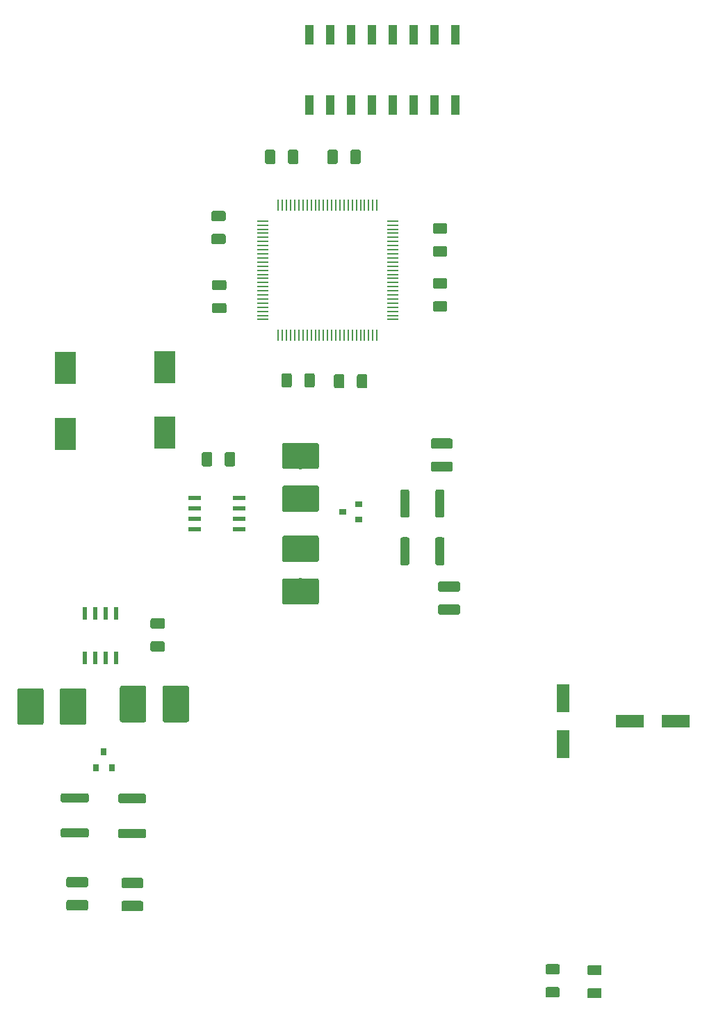
<source format=gbr>
G04 #@! TF.GenerationSoftware,KiCad,Pcbnew,5.0.1-33cea8e~66~ubuntu18.04.1*
G04 #@! TF.CreationDate,2018-10-17T12:33:42-04:00*
G04 #@! TF.ProjectId,BackPanel,4261636B50616E656C2E6B696361645F,rev?*
G04 #@! TF.SameCoordinates,Original*
G04 #@! TF.FileFunction,Paste,Top*
G04 #@! TF.FilePolarity,Positive*
%FSLAX46Y46*%
G04 Gerber Fmt 4.6, Leading zero omitted, Abs format (unit mm)*
G04 Created by KiCad (PCBNEW 5.0.1-33cea8e~66~ubuntu18.04.1) date Wed 17 Oct 2018 12:33:42 PM EDT*
%MOMM*%
%LPD*%
G01*
G04 APERTURE LIST*
%ADD10C,0.100000*%
%ADD11C,1.250000*%
%ADD12C,1.125000*%
%ADD13R,0.900000X0.800000*%
%ADD14R,0.800000X0.900000*%
%ADD15R,0.600000X1.550000*%
%ADD16R,1.550000X0.600000*%
%ADD17R,1.400000X0.180000*%
%ADD18R,0.180000X1.400000*%
%ADD19R,2.500000X4.000000*%
%ADD20R,1.600000X3.500000*%
%ADD21R,3.500000X1.600000*%
%ADD22R,1.120000X2.440000*%
%ADD23C,3.200000*%
G04 APERTURE END LIST*
D10*
G04 #@! TO.C,C11*
G36*
X125249504Y-103076204D02*
X125273773Y-103079804D01*
X125297571Y-103085765D01*
X125320671Y-103094030D01*
X125342849Y-103104520D01*
X125363893Y-103117133D01*
X125383598Y-103131747D01*
X125401777Y-103148223D01*
X125418253Y-103166402D01*
X125432867Y-103186107D01*
X125445480Y-103207151D01*
X125455970Y-103229329D01*
X125464235Y-103252429D01*
X125470196Y-103276227D01*
X125473796Y-103300496D01*
X125475000Y-103325000D01*
X125475000Y-104075000D01*
X125473796Y-104099504D01*
X125470196Y-104123773D01*
X125464235Y-104147571D01*
X125455970Y-104170671D01*
X125445480Y-104192849D01*
X125432867Y-104213893D01*
X125418253Y-104233598D01*
X125401777Y-104251777D01*
X125383598Y-104268253D01*
X125363893Y-104282867D01*
X125342849Y-104295480D01*
X125320671Y-104305970D01*
X125297571Y-104314235D01*
X125273773Y-104320196D01*
X125249504Y-104323796D01*
X125225000Y-104325000D01*
X123975000Y-104325000D01*
X123950496Y-104323796D01*
X123926227Y-104320196D01*
X123902429Y-104314235D01*
X123879329Y-104305970D01*
X123857151Y-104295480D01*
X123836107Y-104282867D01*
X123816402Y-104268253D01*
X123798223Y-104251777D01*
X123781747Y-104233598D01*
X123767133Y-104213893D01*
X123754520Y-104192849D01*
X123744030Y-104170671D01*
X123735765Y-104147571D01*
X123729804Y-104123773D01*
X123726204Y-104099504D01*
X123725000Y-104075000D01*
X123725000Y-103325000D01*
X123726204Y-103300496D01*
X123729804Y-103276227D01*
X123735765Y-103252429D01*
X123744030Y-103229329D01*
X123754520Y-103207151D01*
X123767133Y-103186107D01*
X123781747Y-103166402D01*
X123798223Y-103148223D01*
X123816402Y-103131747D01*
X123836107Y-103117133D01*
X123857151Y-103104520D01*
X123879329Y-103094030D01*
X123902429Y-103085765D01*
X123926227Y-103079804D01*
X123950496Y-103076204D01*
X123975000Y-103075000D01*
X125225000Y-103075000D01*
X125249504Y-103076204D01*
X125249504Y-103076204D01*
G37*
D11*
X124600000Y-103700000D03*
D10*
G36*
X125249504Y-100276204D02*
X125273773Y-100279804D01*
X125297571Y-100285765D01*
X125320671Y-100294030D01*
X125342849Y-100304520D01*
X125363893Y-100317133D01*
X125383598Y-100331747D01*
X125401777Y-100348223D01*
X125418253Y-100366402D01*
X125432867Y-100386107D01*
X125445480Y-100407151D01*
X125455970Y-100429329D01*
X125464235Y-100452429D01*
X125470196Y-100476227D01*
X125473796Y-100500496D01*
X125475000Y-100525000D01*
X125475000Y-101275000D01*
X125473796Y-101299504D01*
X125470196Y-101323773D01*
X125464235Y-101347571D01*
X125455970Y-101370671D01*
X125445480Y-101392849D01*
X125432867Y-101413893D01*
X125418253Y-101433598D01*
X125401777Y-101451777D01*
X125383598Y-101468253D01*
X125363893Y-101482867D01*
X125342849Y-101495480D01*
X125320671Y-101505970D01*
X125297571Y-101514235D01*
X125273773Y-101520196D01*
X125249504Y-101523796D01*
X125225000Y-101525000D01*
X123975000Y-101525000D01*
X123950496Y-101523796D01*
X123926227Y-101520196D01*
X123902429Y-101514235D01*
X123879329Y-101505970D01*
X123857151Y-101495480D01*
X123836107Y-101482867D01*
X123816402Y-101468253D01*
X123798223Y-101451777D01*
X123781747Y-101433598D01*
X123767133Y-101413893D01*
X123754520Y-101392849D01*
X123744030Y-101370671D01*
X123735765Y-101347571D01*
X123729804Y-101323773D01*
X123726204Y-101299504D01*
X123725000Y-101275000D01*
X123725000Y-100525000D01*
X123726204Y-100500496D01*
X123729804Y-100476227D01*
X123735765Y-100452429D01*
X123744030Y-100429329D01*
X123754520Y-100407151D01*
X123767133Y-100386107D01*
X123781747Y-100366402D01*
X123798223Y-100348223D01*
X123816402Y-100331747D01*
X123836107Y-100317133D01*
X123857151Y-100304520D01*
X123879329Y-100294030D01*
X123902429Y-100285765D01*
X123926227Y-100279804D01*
X123950496Y-100276204D01*
X123975000Y-100275000D01*
X125225000Y-100275000D01*
X125249504Y-100276204D01*
X125249504Y-100276204D01*
G37*
D11*
X124600000Y-100900000D03*
G04 #@! TD*
D10*
G04 #@! TO.C,F1*
G36*
X159312505Y-84601204D02*
X159336773Y-84604804D01*
X159360572Y-84610765D01*
X159383671Y-84619030D01*
X159405850Y-84629520D01*
X159426893Y-84642132D01*
X159446599Y-84656747D01*
X159464777Y-84673223D01*
X159481253Y-84691401D01*
X159495868Y-84711107D01*
X159508480Y-84732150D01*
X159518970Y-84754329D01*
X159527235Y-84777428D01*
X159533196Y-84801227D01*
X159536796Y-84825495D01*
X159538000Y-84849999D01*
X159538000Y-87750001D01*
X159536796Y-87774505D01*
X159533196Y-87798773D01*
X159527235Y-87822572D01*
X159518970Y-87845671D01*
X159508480Y-87867850D01*
X159495868Y-87888893D01*
X159481253Y-87908599D01*
X159464777Y-87926777D01*
X159446599Y-87943253D01*
X159426893Y-87957868D01*
X159405850Y-87970480D01*
X159383671Y-87980970D01*
X159360572Y-87989235D01*
X159336773Y-87995196D01*
X159312505Y-87998796D01*
X159288001Y-88000000D01*
X158662999Y-88000000D01*
X158638495Y-87998796D01*
X158614227Y-87995196D01*
X158590428Y-87989235D01*
X158567329Y-87980970D01*
X158545150Y-87970480D01*
X158524107Y-87957868D01*
X158504401Y-87943253D01*
X158486223Y-87926777D01*
X158469747Y-87908599D01*
X158455132Y-87888893D01*
X158442520Y-87867850D01*
X158432030Y-87845671D01*
X158423765Y-87822572D01*
X158417804Y-87798773D01*
X158414204Y-87774505D01*
X158413000Y-87750001D01*
X158413000Y-84849999D01*
X158414204Y-84825495D01*
X158417804Y-84801227D01*
X158423765Y-84777428D01*
X158432030Y-84754329D01*
X158442520Y-84732150D01*
X158455132Y-84711107D01*
X158469747Y-84691401D01*
X158486223Y-84673223D01*
X158504401Y-84656747D01*
X158524107Y-84642132D01*
X158545150Y-84629520D01*
X158567329Y-84619030D01*
X158590428Y-84610765D01*
X158614227Y-84604804D01*
X158638495Y-84601204D01*
X158662999Y-84600000D01*
X159288001Y-84600000D01*
X159312505Y-84601204D01*
X159312505Y-84601204D01*
G37*
D12*
X158975500Y-86300000D03*
D10*
G36*
X155037505Y-84601204D02*
X155061773Y-84604804D01*
X155085572Y-84610765D01*
X155108671Y-84619030D01*
X155130850Y-84629520D01*
X155151893Y-84642132D01*
X155171599Y-84656747D01*
X155189777Y-84673223D01*
X155206253Y-84691401D01*
X155220868Y-84711107D01*
X155233480Y-84732150D01*
X155243970Y-84754329D01*
X155252235Y-84777428D01*
X155258196Y-84801227D01*
X155261796Y-84825495D01*
X155263000Y-84849999D01*
X155263000Y-87750001D01*
X155261796Y-87774505D01*
X155258196Y-87798773D01*
X155252235Y-87822572D01*
X155243970Y-87845671D01*
X155233480Y-87867850D01*
X155220868Y-87888893D01*
X155206253Y-87908599D01*
X155189777Y-87926777D01*
X155171599Y-87943253D01*
X155151893Y-87957868D01*
X155130850Y-87970480D01*
X155108671Y-87980970D01*
X155085572Y-87989235D01*
X155061773Y-87995196D01*
X155037505Y-87998796D01*
X155013001Y-88000000D01*
X154387999Y-88000000D01*
X154363495Y-87998796D01*
X154339227Y-87995196D01*
X154315428Y-87989235D01*
X154292329Y-87980970D01*
X154270150Y-87970480D01*
X154249107Y-87957868D01*
X154229401Y-87943253D01*
X154211223Y-87926777D01*
X154194747Y-87908599D01*
X154180132Y-87888893D01*
X154167520Y-87867850D01*
X154157030Y-87845671D01*
X154148765Y-87822572D01*
X154142804Y-87798773D01*
X154139204Y-87774505D01*
X154138000Y-87750001D01*
X154138000Y-84849999D01*
X154139204Y-84825495D01*
X154142804Y-84801227D01*
X154148765Y-84777428D01*
X154157030Y-84754329D01*
X154167520Y-84732150D01*
X154180132Y-84711107D01*
X154194747Y-84691401D01*
X154211223Y-84673223D01*
X154229401Y-84656747D01*
X154249107Y-84642132D01*
X154270150Y-84629520D01*
X154292329Y-84619030D01*
X154315428Y-84610765D01*
X154339227Y-84604804D01*
X154363495Y-84601204D01*
X154387999Y-84600000D01*
X155013001Y-84600000D01*
X155037505Y-84601204D01*
X155037505Y-84601204D01*
G37*
D12*
X154700500Y-86300000D03*
G04 #@! TD*
D10*
G04 #@! TO.C,C9*
G36*
X132749504Y-61876204D02*
X132773773Y-61879804D01*
X132797571Y-61885765D01*
X132820671Y-61894030D01*
X132842849Y-61904520D01*
X132863893Y-61917133D01*
X132883598Y-61931747D01*
X132901777Y-61948223D01*
X132918253Y-61966402D01*
X132932867Y-61986107D01*
X132945480Y-62007151D01*
X132955970Y-62029329D01*
X132964235Y-62052429D01*
X132970196Y-62076227D01*
X132973796Y-62100496D01*
X132975000Y-62125000D01*
X132975000Y-62875000D01*
X132973796Y-62899504D01*
X132970196Y-62923773D01*
X132964235Y-62947571D01*
X132955970Y-62970671D01*
X132945480Y-62992849D01*
X132932867Y-63013893D01*
X132918253Y-63033598D01*
X132901777Y-63051777D01*
X132883598Y-63068253D01*
X132863893Y-63082867D01*
X132842849Y-63095480D01*
X132820671Y-63105970D01*
X132797571Y-63114235D01*
X132773773Y-63120196D01*
X132749504Y-63123796D01*
X132725000Y-63125000D01*
X131475000Y-63125000D01*
X131450496Y-63123796D01*
X131426227Y-63120196D01*
X131402429Y-63114235D01*
X131379329Y-63105970D01*
X131357151Y-63095480D01*
X131336107Y-63082867D01*
X131316402Y-63068253D01*
X131298223Y-63051777D01*
X131281747Y-63033598D01*
X131267133Y-63013893D01*
X131254520Y-62992849D01*
X131244030Y-62970671D01*
X131235765Y-62947571D01*
X131229804Y-62923773D01*
X131226204Y-62899504D01*
X131225000Y-62875000D01*
X131225000Y-62125000D01*
X131226204Y-62100496D01*
X131229804Y-62076227D01*
X131235765Y-62052429D01*
X131244030Y-62029329D01*
X131254520Y-62007151D01*
X131267133Y-61986107D01*
X131281747Y-61966402D01*
X131298223Y-61948223D01*
X131316402Y-61931747D01*
X131336107Y-61917133D01*
X131357151Y-61904520D01*
X131379329Y-61894030D01*
X131402429Y-61885765D01*
X131426227Y-61879804D01*
X131450496Y-61876204D01*
X131475000Y-61875000D01*
X132725000Y-61875000D01*
X132749504Y-61876204D01*
X132749504Y-61876204D01*
G37*
D11*
X132100000Y-62500000D03*
D10*
G36*
X132749504Y-59076204D02*
X132773773Y-59079804D01*
X132797571Y-59085765D01*
X132820671Y-59094030D01*
X132842849Y-59104520D01*
X132863893Y-59117133D01*
X132883598Y-59131747D01*
X132901777Y-59148223D01*
X132918253Y-59166402D01*
X132932867Y-59186107D01*
X132945480Y-59207151D01*
X132955970Y-59229329D01*
X132964235Y-59252429D01*
X132970196Y-59276227D01*
X132973796Y-59300496D01*
X132975000Y-59325000D01*
X132975000Y-60075000D01*
X132973796Y-60099504D01*
X132970196Y-60123773D01*
X132964235Y-60147571D01*
X132955970Y-60170671D01*
X132945480Y-60192849D01*
X132932867Y-60213893D01*
X132918253Y-60233598D01*
X132901777Y-60251777D01*
X132883598Y-60268253D01*
X132863893Y-60282867D01*
X132842849Y-60295480D01*
X132820671Y-60305970D01*
X132797571Y-60314235D01*
X132773773Y-60320196D01*
X132749504Y-60323796D01*
X132725000Y-60325000D01*
X131475000Y-60325000D01*
X131450496Y-60323796D01*
X131426227Y-60320196D01*
X131402429Y-60314235D01*
X131379329Y-60305970D01*
X131357151Y-60295480D01*
X131336107Y-60282867D01*
X131316402Y-60268253D01*
X131298223Y-60251777D01*
X131281747Y-60233598D01*
X131267133Y-60213893D01*
X131254520Y-60192849D01*
X131244030Y-60170671D01*
X131235765Y-60147571D01*
X131229804Y-60123773D01*
X131226204Y-60099504D01*
X131225000Y-60075000D01*
X131225000Y-59325000D01*
X131226204Y-59300496D01*
X131229804Y-59276227D01*
X131235765Y-59252429D01*
X131244030Y-59229329D01*
X131254520Y-59207151D01*
X131267133Y-59186107D01*
X131281747Y-59166402D01*
X131298223Y-59148223D01*
X131316402Y-59131747D01*
X131336107Y-59117133D01*
X131357151Y-59104520D01*
X131379329Y-59094030D01*
X131402429Y-59085765D01*
X131426227Y-59079804D01*
X131450496Y-59076204D01*
X131475000Y-59075000D01*
X132725000Y-59075000D01*
X132749504Y-59076204D01*
X132749504Y-59076204D01*
G37*
D11*
X132100000Y-59700000D03*
G04 #@! TD*
D10*
G04 #@! TO.C,RV3*
G36*
X122599504Y-131876204D02*
X122623773Y-131879804D01*
X122647571Y-131885765D01*
X122670671Y-131894030D01*
X122692849Y-131904520D01*
X122713893Y-131917133D01*
X122733598Y-131931747D01*
X122751777Y-131948223D01*
X122768253Y-131966402D01*
X122782867Y-131986107D01*
X122795480Y-132007151D01*
X122805970Y-132029329D01*
X122814235Y-132052429D01*
X122820196Y-132076227D01*
X122823796Y-132100496D01*
X122825000Y-132125000D01*
X122825000Y-132875000D01*
X122823796Y-132899504D01*
X122820196Y-132923773D01*
X122814235Y-132947571D01*
X122805970Y-132970671D01*
X122795480Y-132992849D01*
X122782867Y-133013893D01*
X122768253Y-133033598D01*
X122751777Y-133051777D01*
X122733598Y-133068253D01*
X122713893Y-133082867D01*
X122692849Y-133095480D01*
X122670671Y-133105970D01*
X122647571Y-133114235D01*
X122623773Y-133120196D01*
X122599504Y-133123796D01*
X122575000Y-133125000D01*
X120425000Y-133125000D01*
X120400496Y-133123796D01*
X120376227Y-133120196D01*
X120352429Y-133114235D01*
X120329329Y-133105970D01*
X120307151Y-133095480D01*
X120286107Y-133082867D01*
X120266402Y-133068253D01*
X120248223Y-133051777D01*
X120231747Y-133033598D01*
X120217133Y-133013893D01*
X120204520Y-132992849D01*
X120194030Y-132970671D01*
X120185765Y-132947571D01*
X120179804Y-132923773D01*
X120176204Y-132899504D01*
X120175000Y-132875000D01*
X120175000Y-132125000D01*
X120176204Y-132100496D01*
X120179804Y-132076227D01*
X120185765Y-132052429D01*
X120194030Y-132029329D01*
X120204520Y-132007151D01*
X120217133Y-131986107D01*
X120231747Y-131966402D01*
X120248223Y-131948223D01*
X120266402Y-131931747D01*
X120286107Y-131917133D01*
X120307151Y-131904520D01*
X120329329Y-131894030D01*
X120352429Y-131885765D01*
X120376227Y-131879804D01*
X120400496Y-131876204D01*
X120425000Y-131875000D01*
X122575000Y-131875000D01*
X122599504Y-131876204D01*
X122599504Y-131876204D01*
G37*
D11*
X121500000Y-132500000D03*
D10*
G36*
X122599504Y-134676204D02*
X122623773Y-134679804D01*
X122647571Y-134685765D01*
X122670671Y-134694030D01*
X122692849Y-134704520D01*
X122713893Y-134717133D01*
X122733598Y-134731747D01*
X122751777Y-134748223D01*
X122768253Y-134766402D01*
X122782867Y-134786107D01*
X122795480Y-134807151D01*
X122805970Y-134829329D01*
X122814235Y-134852429D01*
X122820196Y-134876227D01*
X122823796Y-134900496D01*
X122825000Y-134925000D01*
X122825000Y-135675000D01*
X122823796Y-135699504D01*
X122820196Y-135723773D01*
X122814235Y-135747571D01*
X122805970Y-135770671D01*
X122795480Y-135792849D01*
X122782867Y-135813893D01*
X122768253Y-135833598D01*
X122751777Y-135851777D01*
X122733598Y-135868253D01*
X122713893Y-135882867D01*
X122692849Y-135895480D01*
X122670671Y-135905970D01*
X122647571Y-135914235D01*
X122623773Y-135920196D01*
X122599504Y-135923796D01*
X122575000Y-135925000D01*
X120425000Y-135925000D01*
X120400496Y-135923796D01*
X120376227Y-135920196D01*
X120352429Y-135914235D01*
X120329329Y-135905970D01*
X120307151Y-135895480D01*
X120286107Y-135882867D01*
X120266402Y-135868253D01*
X120248223Y-135851777D01*
X120231747Y-135833598D01*
X120217133Y-135813893D01*
X120204520Y-135792849D01*
X120194030Y-135770671D01*
X120185765Y-135747571D01*
X120179804Y-135723773D01*
X120176204Y-135699504D01*
X120175000Y-135675000D01*
X120175000Y-134925000D01*
X120176204Y-134900496D01*
X120179804Y-134876227D01*
X120185765Y-134852429D01*
X120194030Y-134829329D01*
X120204520Y-134807151D01*
X120217133Y-134786107D01*
X120231747Y-134766402D01*
X120248223Y-134748223D01*
X120266402Y-134731747D01*
X120286107Y-134717133D01*
X120307151Y-134704520D01*
X120329329Y-134694030D01*
X120352429Y-134685765D01*
X120376227Y-134679804D01*
X120400496Y-134676204D01*
X120425000Y-134675000D01*
X122575000Y-134675000D01*
X122599504Y-134676204D01*
X122599504Y-134676204D01*
G37*
D11*
X121500000Y-135300000D03*
G04 #@! TD*
D13*
G04 #@! TO.C,D1*
X149100000Y-88250000D03*
X149100000Y-86350000D03*
X147100000Y-87300000D03*
G04 #@! TD*
D14*
G04 #@! TO.C,D2*
X118050000Y-116500000D03*
X119000000Y-118500000D03*
X117100000Y-118500000D03*
G04 #@! TD*
D10*
G04 #@! TO.C,F4*
G36*
X115974505Y-125838204D02*
X115998773Y-125841804D01*
X116022572Y-125847765D01*
X116045671Y-125856030D01*
X116067850Y-125866520D01*
X116088893Y-125879132D01*
X116108599Y-125893747D01*
X116126777Y-125910223D01*
X116143253Y-125928401D01*
X116157868Y-125948107D01*
X116170480Y-125969150D01*
X116180970Y-125991329D01*
X116189235Y-126014428D01*
X116195196Y-126038227D01*
X116198796Y-126062495D01*
X116200000Y-126086999D01*
X116200000Y-126712001D01*
X116198796Y-126736505D01*
X116195196Y-126760773D01*
X116189235Y-126784572D01*
X116180970Y-126807671D01*
X116170480Y-126829850D01*
X116157868Y-126850893D01*
X116143253Y-126870599D01*
X116126777Y-126888777D01*
X116108599Y-126905253D01*
X116088893Y-126919868D01*
X116067850Y-126932480D01*
X116045671Y-126942970D01*
X116022572Y-126951235D01*
X115998773Y-126957196D01*
X115974505Y-126960796D01*
X115950001Y-126962000D01*
X113049999Y-126962000D01*
X113025495Y-126960796D01*
X113001227Y-126957196D01*
X112977428Y-126951235D01*
X112954329Y-126942970D01*
X112932150Y-126932480D01*
X112911107Y-126919868D01*
X112891401Y-126905253D01*
X112873223Y-126888777D01*
X112856747Y-126870599D01*
X112842132Y-126850893D01*
X112829520Y-126829850D01*
X112819030Y-126807671D01*
X112810765Y-126784572D01*
X112804804Y-126760773D01*
X112801204Y-126736505D01*
X112800000Y-126712001D01*
X112800000Y-126086999D01*
X112801204Y-126062495D01*
X112804804Y-126038227D01*
X112810765Y-126014428D01*
X112819030Y-125991329D01*
X112829520Y-125969150D01*
X112842132Y-125948107D01*
X112856747Y-125928401D01*
X112873223Y-125910223D01*
X112891401Y-125893747D01*
X112911107Y-125879132D01*
X112932150Y-125866520D01*
X112954329Y-125856030D01*
X112977428Y-125847765D01*
X113001227Y-125841804D01*
X113025495Y-125838204D01*
X113049999Y-125837000D01*
X115950001Y-125837000D01*
X115974505Y-125838204D01*
X115974505Y-125838204D01*
G37*
D12*
X114500000Y-126399500D03*
D10*
G36*
X115974505Y-121563204D02*
X115998773Y-121566804D01*
X116022572Y-121572765D01*
X116045671Y-121581030D01*
X116067850Y-121591520D01*
X116088893Y-121604132D01*
X116108599Y-121618747D01*
X116126777Y-121635223D01*
X116143253Y-121653401D01*
X116157868Y-121673107D01*
X116170480Y-121694150D01*
X116180970Y-121716329D01*
X116189235Y-121739428D01*
X116195196Y-121763227D01*
X116198796Y-121787495D01*
X116200000Y-121811999D01*
X116200000Y-122437001D01*
X116198796Y-122461505D01*
X116195196Y-122485773D01*
X116189235Y-122509572D01*
X116180970Y-122532671D01*
X116170480Y-122554850D01*
X116157868Y-122575893D01*
X116143253Y-122595599D01*
X116126777Y-122613777D01*
X116108599Y-122630253D01*
X116088893Y-122644868D01*
X116067850Y-122657480D01*
X116045671Y-122667970D01*
X116022572Y-122676235D01*
X115998773Y-122682196D01*
X115974505Y-122685796D01*
X115950001Y-122687000D01*
X113049999Y-122687000D01*
X113025495Y-122685796D01*
X113001227Y-122682196D01*
X112977428Y-122676235D01*
X112954329Y-122667970D01*
X112932150Y-122657480D01*
X112911107Y-122644868D01*
X112891401Y-122630253D01*
X112873223Y-122613777D01*
X112856747Y-122595599D01*
X112842132Y-122575893D01*
X112829520Y-122554850D01*
X112819030Y-122532671D01*
X112810765Y-122509572D01*
X112804804Y-122485773D01*
X112801204Y-122461505D01*
X112800000Y-122437001D01*
X112800000Y-121811999D01*
X112801204Y-121787495D01*
X112804804Y-121763227D01*
X112810765Y-121739428D01*
X112819030Y-121716329D01*
X112829520Y-121694150D01*
X112842132Y-121673107D01*
X112856747Y-121653401D01*
X112873223Y-121635223D01*
X112891401Y-121618747D01*
X112911107Y-121604132D01*
X112932150Y-121591520D01*
X112954329Y-121581030D01*
X112977428Y-121572765D01*
X113001227Y-121566804D01*
X113025495Y-121563204D01*
X113049999Y-121562000D01*
X115950001Y-121562000D01*
X115974505Y-121563204D01*
X115974505Y-121563204D01*
G37*
D12*
X114500000Y-122124500D03*
G04 #@! TD*
D10*
G04 #@! TO.C,C7*
G36*
X143499504Y-70426204D02*
X143523773Y-70429804D01*
X143547571Y-70435765D01*
X143570671Y-70444030D01*
X143592849Y-70454520D01*
X143613893Y-70467133D01*
X143633598Y-70481747D01*
X143651777Y-70498223D01*
X143668253Y-70516402D01*
X143682867Y-70536107D01*
X143695480Y-70557151D01*
X143705970Y-70579329D01*
X143714235Y-70602429D01*
X143720196Y-70626227D01*
X143723796Y-70650496D01*
X143725000Y-70675000D01*
X143725000Y-71925000D01*
X143723796Y-71949504D01*
X143720196Y-71973773D01*
X143714235Y-71997571D01*
X143705970Y-72020671D01*
X143695480Y-72042849D01*
X143682867Y-72063893D01*
X143668253Y-72083598D01*
X143651777Y-72101777D01*
X143633598Y-72118253D01*
X143613893Y-72132867D01*
X143592849Y-72145480D01*
X143570671Y-72155970D01*
X143547571Y-72164235D01*
X143523773Y-72170196D01*
X143499504Y-72173796D01*
X143475000Y-72175000D01*
X142725000Y-72175000D01*
X142700496Y-72173796D01*
X142676227Y-72170196D01*
X142652429Y-72164235D01*
X142629329Y-72155970D01*
X142607151Y-72145480D01*
X142586107Y-72132867D01*
X142566402Y-72118253D01*
X142548223Y-72101777D01*
X142531747Y-72083598D01*
X142517133Y-72063893D01*
X142504520Y-72042849D01*
X142494030Y-72020671D01*
X142485765Y-71997571D01*
X142479804Y-71973773D01*
X142476204Y-71949504D01*
X142475000Y-71925000D01*
X142475000Y-70675000D01*
X142476204Y-70650496D01*
X142479804Y-70626227D01*
X142485765Y-70602429D01*
X142494030Y-70579329D01*
X142504520Y-70557151D01*
X142517133Y-70536107D01*
X142531747Y-70516402D01*
X142548223Y-70498223D01*
X142566402Y-70481747D01*
X142586107Y-70467133D01*
X142607151Y-70454520D01*
X142629329Y-70444030D01*
X142652429Y-70435765D01*
X142676227Y-70429804D01*
X142700496Y-70426204D01*
X142725000Y-70425000D01*
X143475000Y-70425000D01*
X143499504Y-70426204D01*
X143499504Y-70426204D01*
G37*
D11*
X143100000Y-71300000D03*
D10*
G36*
X140699504Y-70426204D02*
X140723773Y-70429804D01*
X140747571Y-70435765D01*
X140770671Y-70444030D01*
X140792849Y-70454520D01*
X140813893Y-70467133D01*
X140833598Y-70481747D01*
X140851777Y-70498223D01*
X140868253Y-70516402D01*
X140882867Y-70536107D01*
X140895480Y-70557151D01*
X140905970Y-70579329D01*
X140914235Y-70602429D01*
X140920196Y-70626227D01*
X140923796Y-70650496D01*
X140925000Y-70675000D01*
X140925000Y-71925000D01*
X140923796Y-71949504D01*
X140920196Y-71973773D01*
X140914235Y-71997571D01*
X140905970Y-72020671D01*
X140895480Y-72042849D01*
X140882867Y-72063893D01*
X140868253Y-72083598D01*
X140851777Y-72101777D01*
X140833598Y-72118253D01*
X140813893Y-72132867D01*
X140792849Y-72145480D01*
X140770671Y-72155970D01*
X140747571Y-72164235D01*
X140723773Y-72170196D01*
X140699504Y-72173796D01*
X140675000Y-72175000D01*
X139925000Y-72175000D01*
X139900496Y-72173796D01*
X139876227Y-72170196D01*
X139852429Y-72164235D01*
X139829329Y-72155970D01*
X139807151Y-72145480D01*
X139786107Y-72132867D01*
X139766402Y-72118253D01*
X139748223Y-72101777D01*
X139731747Y-72083598D01*
X139717133Y-72063893D01*
X139704520Y-72042849D01*
X139694030Y-72020671D01*
X139685765Y-71997571D01*
X139679804Y-71973773D01*
X139676204Y-71949504D01*
X139675000Y-71925000D01*
X139675000Y-70675000D01*
X139676204Y-70650496D01*
X139679804Y-70626227D01*
X139685765Y-70602429D01*
X139694030Y-70579329D01*
X139704520Y-70557151D01*
X139717133Y-70536107D01*
X139731747Y-70516402D01*
X139748223Y-70498223D01*
X139766402Y-70481747D01*
X139786107Y-70467133D01*
X139807151Y-70454520D01*
X139829329Y-70444030D01*
X139852429Y-70435765D01*
X139876227Y-70429804D01*
X139900496Y-70426204D01*
X139925000Y-70425000D01*
X140675000Y-70425000D01*
X140699504Y-70426204D01*
X140699504Y-70426204D01*
G37*
D11*
X140300000Y-71300000D03*
G04 #@! TD*
D15*
G04 #@! TO.C,U4*
X119505000Y-99700000D03*
X118235000Y-99700000D03*
X116965000Y-99700000D03*
X115695000Y-99700000D03*
X115695000Y-105100000D03*
X116965000Y-105100000D03*
X118235000Y-105100000D03*
X119505000Y-105100000D03*
G04 #@! TD*
D16*
G04 #@! TO.C,U3*
X134500000Y-85630000D03*
X134500000Y-86900000D03*
X134500000Y-88170000D03*
X134500000Y-89440000D03*
X129100000Y-89440000D03*
X129100000Y-88170000D03*
X129100000Y-86900000D03*
X129100000Y-85630000D03*
G04 #@! TD*
D10*
G04 #@! TO.C,RV2*
G36*
X161199504Y-98576204D02*
X161223773Y-98579804D01*
X161247571Y-98585765D01*
X161270671Y-98594030D01*
X161292849Y-98604520D01*
X161313893Y-98617133D01*
X161333598Y-98631747D01*
X161351777Y-98648223D01*
X161368253Y-98666402D01*
X161382867Y-98686107D01*
X161395480Y-98707151D01*
X161405970Y-98729329D01*
X161414235Y-98752429D01*
X161420196Y-98776227D01*
X161423796Y-98800496D01*
X161425000Y-98825000D01*
X161425000Y-99575000D01*
X161423796Y-99599504D01*
X161420196Y-99623773D01*
X161414235Y-99647571D01*
X161405970Y-99670671D01*
X161395480Y-99692849D01*
X161382867Y-99713893D01*
X161368253Y-99733598D01*
X161351777Y-99751777D01*
X161333598Y-99768253D01*
X161313893Y-99782867D01*
X161292849Y-99795480D01*
X161270671Y-99805970D01*
X161247571Y-99814235D01*
X161223773Y-99820196D01*
X161199504Y-99823796D01*
X161175000Y-99825000D01*
X159025000Y-99825000D01*
X159000496Y-99823796D01*
X158976227Y-99820196D01*
X158952429Y-99814235D01*
X158929329Y-99805970D01*
X158907151Y-99795480D01*
X158886107Y-99782867D01*
X158866402Y-99768253D01*
X158848223Y-99751777D01*
X158831747Y-99733598D01*
X158817133Y-99713893D01*
X158804520Y-99692849D01*
X158794030Y-99670671D01*
X158785765Y-99647571D01*
X158779804Y-99623773D01*
X158776204Y-99599504D01*
X158775000Y-99575000D01*
X158775000Y-98825000D01*
X158776204Y-98800496D01*
X158779804Y-98776227D01*
X158785765Y-98752429D01*
X158794030Y-98729329D01*
X158804520Y-98707151D01*
X158817133Y-98686107D01*
X158831747Y-98666402D01*
X158848223Y-98648223D01*
X158866402Y-98631747D01*
X158886107Y-98617133D01*
X158907151Y-98604520D01*
X158929329Y-98594030D01*
X158952429Y-98585765D01*
X158976227Y-98579804D01*
X159000496Y-98576204D01*
X159025000Y-98575000D01*
X161175000Y-98575000D01*
X161199504Y-98576204D01*
X161199504Y-98576204D01*
G37*
D11*
X160100000Y-99200000D03*
D10*
G36*
X161199504Y-95776204D02*
X161223773Y-95779804D01*
X161247571Y-95785765D01*
X161270671Y-95794030D01*
X161292849Y-95804520D01*
X161313893Y-95817133D01*
X161333598Y-95831747D01*
X161351777Y-95848223D01*
X161368253Y-95866402D01*
X161382867Y-95886107D01*
X161395480Y-95907151D01*
X161405970Y-95929329D01*
X161414235Y-95952429D01*
X161420196Y-95976227D01*
X161423796Y-96000496D01*
X161425000Y-96025000D01*
X161425000Y-96775000D01*
X161423796Y-96799504D01*
X161420196Y-96823773D01*
X161414235Y-96847571D01*
X161405970Y-96870671D01*
X161395480Y-96892849D01*
X161382867Y-96913893D01*
X161368253Y-96933598D01*
X161351777Y-96951777D01*
X161333598Y-96968253D01*
X161313893Y-96982867D01*
X161292849Y-96995480D01*
X161270671Y-97005970D01*
X161247571Y-97014235D01*
X161223773Y-97020196D01*
X161199504Y-97023796D01*
X161175000Y-97025000D01*
X159025000Y-97025000D01*
X159000496Y-97023796D01*
X158976227Y-97020196D01*
X158952429Y-97014235D01*
X158929329Y-97005970D01*
X158907151Y-96995480D01*
X158886107Y-96982867D01*
X158866402Y-96968253D01*
X158848223Y-96951777D01*
X158831747Y-96933598D01*
X158817133Y-96913893D01*
X158804520Y-96892849D01*
X158794030Y-96870671D01*
X158785765Y-96847571D01*
X158779804Y-96823773D01*
X158776204Y-96799504D01*
X158775000Y-96775000D01*
X158775000Y-96025000D01*
X158776204Y-96000496D01*
X158779804Y-95976227D01*
X158785765Y-95952429D01*
X158794030Y-95929329D01*
X158804520Y-95907151D01*
X158817133Y-95886107D01*
X158831747Y-95866402D01*
X158848223Y-95848223D01*
X158866402Y-95831747D01*
X158886107Y-95817133D01*
X158907151Y-95804520D01*
X158929329Y-95794030D01*
X158952429Y-95785765D01*
X158976227Y-95779804D01*
X159000496Y-95776204D01*
X159025000Y-95775000D01*
X161175000Y-95775000D01*
X161199504Y-95776204D01*
X161199504Y-95776204D01*
G37*
D11*
X160100000Y-96400000D03*
G04 #@! TD*
D10*
G04 #@! TO.C,C10*
G36*
X130999504Y-80026204D02*
X131023773Y-80029804D01*
X131047571Y-80035765D01*
X131070671Y-80044030D01*
X131092849Y-80054520D01*
X131113893Y-80067133D01*
X131133598Y-80081747D01*
X131151777Y-80098223D01*
X131168253Y-80116402D01*
X131182867Y-80136107D01*
X131195480Y-80157151D01*
X131205970Y-80179329D01*
X131214235Y-80202429D01*
X131220196Y-80226227D01*
X131223796Y-80250496D01*
X131225000Y-80275000D01*
X131225000Y-81525000D01*
X131223796Y-81549504D01*
X131220196Y-81573773D01*
X131214235Y-81597571D01*
X131205970Y-81620671D01*
X131195480Y-81642849D01*
X131182867Y-81663893D01*
X131168253Y-81683598D01*
X131151777Y-81701777D01*
X131133598Y-81718253D01*
X131113893Y-81732867D01*
X131092849Y-81745480D01*
X131070671Y-81755970D01*
X131047571Y-81764235D01*
X131023773Y-81770196D01*
X130999504Y-81773796D01*
X130975000Y-81775000D01*
X130225000Y-81775000D01*
X130200496Y-81773796D01*
X130176227Y-81770196D01*
X130152429Y-81764235D01*
X130129329Y-81755970D01*
X130107151Y-81745480D01*
X130086107Y-81732867D01*
X130066402Y-81718253D01*
X130048223Y-81701777D01*
X130031747Y-81683598D01*
X130017133Y-81663893D01*
X130004520Y-81642849D01*
X129994030Y-81620671D01*
X129985765Y-81597571D01*
X129979804Y-81573773D01*
X129976204Y-81549504D01*
X129975000Y-81525000D01*
X129975000Y-80275000D01*
X129976204Y-80250496D01*
X129979804Y-80226227D01*
X129985765Y-80202429D01*
X129994030Y-80179329D01*
X130004520Y-80157151D01*
X130017133Y-80136107D01*
X130031747Y-80116402D01*
X130048223Y-80098223D01*
X130066402Y-80081747D01*
X130086107Y-80067133D01*
X130107151Y-80054520D01*
X130129329Y-80044030D01*
X130152429Y-80035765D01*
X130176227Y-80029804D01*
X130200496Y-80026204D01*
X130225000Y-80025000D01*
X130975000Y-80025000D01*
X130999504Y-80026204D01*
X130999504Y-80026204D01*
G37*
D11*
X130600000Y-80900000D03*
D10*
G36*
X133799504Y-80026204D02*
X133823773Y-80029804D01*
X133847571Y-80035765D01*
X133870671Y-80044030D01*
X133892849Y-80054520D01*
X133913893Y-80067133D01*
X133933598Y-80081747D01*
X133951777Y-80098223D01*
X133968253Y-80116402D01*
X133982867Y-80136107D01*
X133995480Y-80157151D01*
X134005970Y-80179329D01*
X134014235Y-80202429D01*
X134020196Y-80226227D01*
X134023796Y-80250496D01*
X134025000Y-80275000D01*
X134025000Y-81525000D01*
X134023796Y-81549504D01*
X134020196Y-81573773D01*
X134014235Y-81597571D01*
X134005970Y-81620671D01*
X133995480Y-81642849D01*
X133982867Y-81663893D01*
X133968253Y-81683598D01*
X133951777Y-81701777D01*
X133933598Y-81718253D01*
X133913893Y-81732867D01*
X133892849Y-81745480D01*
X133870671Y-81755970D01*
X133847571Y-81764235D01*
X133823773Y-81770196D01*
X133799504Y-81773796D01*
X133775000Y-81775000D01*
X133025000Y-81775000D01*
X133000496Y-81773796D01*
X132976227Y-81770196D01*
X132952429Y-81764235D01*
X132929329Y-81755970D01*
X132907151Y-81745480D01*
X132886107Y-81732867D01*
X132866402Y-81718253D01*
X132848223Y-81701777D01*
X132831747Y-81683598D01*
X132817133Y-81663893D01*
X132804520Y-81642849D01*
X132794030Y-81620671D01*
X132785765Y-81597571D01*
X132779804Y-81573773D01*
X132776204Y-81549504D01*
X132775000Y-81525000D01*
X132775000Y-80275000D01*
X132776204Y-80250496D01*
X132779804Y-80226227D01*
X132785765Y-80202429D01*
X132794030Y-80179329D01*
X132804520Y-80157151D01*
X132817133Y-80136107D01*
X132831747Y-80116402D01*
X132848223Y-80098223D01*
X132866402Y-80081747D01*
X132886107Y-80067133D01*
X132907151Y-80054520D01*
X132929329Y-80044030D01*
X132952429Y-80035765D01*
X132976227Y-80029804D01*
X133000496Y-80026204D01*
X133025000Y-80025000D01*
X133775000Y-80025000D01*
X133799504Y-80026204D01*
X133799504Y-80026204D01*
G37*
D11*
X133400000Y-80900000D03*
G04 #@! TD*
D10*
G04 #@! TO.C,RV4*
G36*
X115899504Y-134576204D02*
X115923773Y-134579804D01*
X115947571Y-134585765D01*
X115970671Y-134594030D01*
X115992849Y-134604520D01*
X116013893Y-134617133D01*
X116033598Y-134631747D01*
X116051777Y-134648223D01*
X116068253Y-134666402D01*
X116082867Y-134686107D01*
X116095480Y-134707151D01*
X116105970Y-134729329D01*
X116114235Y-134752429D01*
X116120196Y-134776227D01*
X116123796Y-134800496D01*
X116125000Y-134825000D01*
X116125000Y-135575000D01*
X116123796Y-135599504D01*
X116120196Y-135623773D01*
X116114235Y-135647571D01*
X116105970Y-135670671D01*
X116095480Y-135692849D01*
X116082867Y-135713893D01*
X116068253Y-135733598D01*
X116051777Y-135751777D01*
X116033598Y-135768253D01*
X116013893Y-135782867D01*
X115992849Y-135795480D01*
X115970671Y-135805970D01*
X115947571Y-135814235D01*
X115923773Y-135820196D01*
X115899504Y-135823796D01*
X115875000Y-135825000D01*
X113725000Y-135825000D01*
X113700496Y-135823796D01*
X113676227Y-135820196D01*
X113652429Y-135814235D01*
X113629329Y-135805970D01*
X113607151Y-135795480D01*
X113586107Y-135782867D01*
X113566402Y-135768253D01*
X113548223Y-135751777D01*
X113531747Y-135733598D01*
X113517133Y-135713893D01*
X113504520Y-135692849D01*
X113494030Y-135670671D01*
X113485765Y-135647571D01*
X113479804Y-135623773D01*
X113476204Y-135599504D01*
X113475000Y-135575000D01*
X113475000Y-134825000D01*
X113476204Y-134800496D01*
X113479804Y-134776227D01*
X113485765Y-134752429D01*
X113494030Y-134729329D01*
X113504520Y-134707151D01*
X113517133Y-134686107D01*
X113531747Y-134666402D01*
X113548223Y-134648223D01*
X113566402Y-134631747D01*
X113586107Y-134617133D01*
X113607151Y-134604520D01*
X113629329Y-134594030D01*
X113652429Y-134585765D01*
X113676227Y-134579804D01*
X113700496Y-134576204D01*
X113725000Y-134575000D01*
X115875000Y-134575000D01*
X115899504Y-134576204D01*
X115899504Y-134576204D01*
G37*
D11*
X114800000Y-135200000D03*
D10*
G36*
X115899504Y-131776204D02*
X115923773Y-131779804D01*
X115947571Y-131785765D01*
X115970671Y-131794030D01*
X115992849Y-131804520D01*
X116013893Y-131817133D01*
X116033598Y-131831747D01*
X116051777Y-131848223D01*
X116068253Y-131866402D01*
X116082867Y-131886107D01*
X116095480Y-131907151D01*
X116105970Y-131929329D01*
X116114235Y-131952429D01*
X116120196Y-131976227D01*
X116123796Y-132000496D01*
X116125000Y-132025000D01*
X116125000Y-132775000D01*
X116123796Y-132799504D01*
X116120196Y-132823773D01*
X116114235Y-132847571D01*
X116105970Y-132870671D01*
X116095480Y-132892849D01*
X116082867Y-132913893D01*
X116068253Y-132933598D01*
X116051777Y-132951777D01*
X116033598Y-132968253D01*
X116013893Y-132982867D01*
X115992849Y-132995480D01*
X115970671Y-133005970D01*
X115947571Y-133014235D01*
X115923773Y-133020196D01*
X115899504Y-133023796D01*
X115875000Y-133025000D01*
X113725000Y-133025000D01*
X113700496Y-133023796D01*
X113676227Y-133020196D01*
X113652429Y-133014235D01*
X113629329Y-133005970D01*
X113607151Y-132995480D01*
X113586107Y-132982867D01*
X113566402Y-132968253D01*
X113548223Y-132951777D01*
X113531747Y-132933598D01*
X113517133Y-132913893D01*
X113504520Y-132892849D01*
X113494030Y-132870671D01*
X113485765Y-132847571D01*
X113479804Y-132823773D01*
X113476204Y-132799504D01*
X113475000Y-132775000D01*
X113475000Y-132025000D01*
X113476204Y-132000496D01*
X113479804Y-131976227D01*
X113485765Y-131952429D01*
X113494030Y-131929329D01*
X113504520Y-131907151D01*
X113517133Y-131886107D01*
X113531747Y-131866402D01*
X113548223Y-131848223D01*
X113566402Y-131831747D01*
X113586107Y-131817133D01*
X113607151Y-131804520D01*
X113629329Y-131794030D01*
X113652429Y-131785765D01*
X113676227Y-131779804D01*
X113700496Y-131776204D01*
X113725000Y-131775000D01*
X115875000Y-131775000D01*
X115899504Y-131776204D01*
X115899504Y-131776204D01*
G37*
D11*
X114800000Y-132400000D03*
G04 #@! TD*
D10*
G04 #@! TO.C,F3*
G36*
X122974505Y-121639204D02*
X122998773Y-121642804D01*
X123022572Y-121648765D01*
X123045671Y-121657030D01*
X123067850Y-121667520D01*
X123088893Y-121680132D01*
X123108599Y-121694747D01*
X123126777Y-121711223D01*
X123143253Y-121729401D01*
X123157868Y-121749107D01*
X123170480Y-121770150D01*
X123180970Y-121792329D01*
X123189235Y-121815428D01*
X123195196Y-121839227D01*
X123198796Y-121863495D01*
X123200000Y-121887999D01*
X123200000Y-122513001D01*
X123198796Y-122537505D01*
X123195196Y-122561773D01*
X123189235Y-122585572D01*
X123180970Y-122608671D01*
X123170480Y-122630850D01*
X123157868Y-122651893D01*
X123143253Y-122671599D01*
X123126777Y-122689777D01*
X123108599Y-122706253D01*
X123088893Y-122720868D01*
X123067850Y-122733480D01*
X123045671Y-122743970D01*
X123022572Y-122752235D01*
X122998773Y-122758196D01*
X122974505Y-122761796D01*
X122950001Y-122763000D01*
X120049999Y-122763000D01*
X120025495Y-122761796D01*
X120001227Y-122758196D01*
X119977428Y-122752235D01*
X119954329Y-122743970D01*
X119932150Y-122733480D01*
X119911107Y-122720868D01*
X119891401Y-122706253D01*
X119873223Y-122689777D01*
X119856747Y-122671599D01*
X119842132Y-122651893D01*
X119829520Y-122630850D01*
X119819030Y-122608671D01*
X119810765Y-122585572D01*
X119804804Y-122561773D01*
X119801204Y-122537505D01*
X119800000Y-122513001D01*
X119800000Y-121887999D01*
X119801204Y-121863495D01*
X119804804Y-121839227D01*
X119810765Y-121815428D01*
X119819030Y-121792329D01*
X119829520Y-121770150D01*
X119842132Y-121749107D01*
X119856747Y-121729401D01*
X119873223Y-121711223D01*
X119891401Y-121694747D01*
X119911107Y-121680132D01*
X119932150Y-121667520D01*
X119954329Y-121657030D01*
X119977428Y-121648765D01*
X120001227Y-121642804D01*
X120025495Y-121639204D01*
X120049999Y-121638000D01*
X122950001Y-121638000D01*
X122974505Y-121639204D01*
X122974505Y-121639204D01*
G37*
D12*
X121500000Y-122200500D03*
D10*
G36*
X122974505Y-125914204D02*
X122998773Y-125917804D01*
X123022572Y-125923765D01*
X123045671Y-125932030D01*
X123067850Y-125942520D01*
X123088893Y-125955132D01*
X123108599Y-125969747D01*
X123126777Y-125986223D01*
X123143253Y-126004401D01*
X123157868Y-126024107D01*
X123170480Y-126045150D01*
X123180970Y-126067329D01*
X123189235Y-126090428D01*
X123195196Y-126114227D01*
X123198796Y-126138495D01*
X123200000Y-126162999D01*
X123200000Y-126788001D01*
X123198796Y-126812505D01*
X123195196Y-126836773D01*
X123189235Y-126860572D01*
X123180970Y-126883671D01*
X123170480Y-126905850D01*
X123157868Y-126926893D01*
X123143253Y-126946599D01*
X123126777Y-126964777D01*
X123108599Y-126981253D01*
X123088893Y-126995868D01*
X123067850Y-127008480D01*
X123045671Y-127018970D01*
X123022572Y-127027235D01*
X122998773Y-127033196D01*
X122974505Y-127036796D01*
X122950001Y-127038000D01*
X120049999Y-127038000D01*
X120025495Y-127036796D01*
X120001227Y-127033196D01*
X119977428Y-127027235D01*
X119954329Y-127018970D01*
X119932150Y-127008480D01*
X119911107Y-126995868D01*
X119891401Y-126981253D01*
X119873223Y-126964777D01*
X119856747Y-126946599D01*
X119842132Y-126926893D01*
X119829520Y-126905850D01*
X119819030Y-126883671D01*
X119810765Y-126860572D01*
X119804804Y-126836773D01*
X119801204Y-126812505D01*
X119800000Y-126788001D01*
X119800000Y-126162999D01*
X119801204Y-126138495D01*
X119804804Y-126114227D01*
X119810765Y-126090428D01*
X119819030Y-126067329D01*
X119829520Y-126045150D01*
X119842132Y-126024107D01*
X119856747Y-126004401D01*
X119873223Y-125986223D01*
X119891401Y-125969747D01*
X119911107Y-125955132D01*
X119932150Y-125942520D01*
X119954329Y-125932030D01*
X119977428Y-125923765D01*
X120001227Y-125917804D01*
X120025495Y-125914204D01*
X120049999Y-125913000D01*
X122950001Y-125913000D01*
X122974505Y-125914204D01*
X122974505Y-125914204D01*
G37*
D12*
X121500000Y-126475500D03*
G04 #@! TD*
D10*
G04 #@! TO.C,RV1*
G36*
X160299504Y-81176204D02*
X160323773Y-81179804D01*
X160347571Y-81185765D01*
X160370671Y-81194030D01*
X160392849Y-81204520D01*
X160413893Y-81217133D01*
X160433598Y-81231747D01*
X160451777Y-81248223D01*
X160468253Y-81266402D01*
X160482867Y-81286107D01*
X160495480Y-81307151D01*
X160505970Y-81329329D01*
X160514235Y-81352429D01*
X160520196Y-81376227D01*
X160523796Y-81400496D01*
X160525000Y-81425000D01*
X160525000Y-82175000D01*
X160523796Y-82199504D01*
X160520196Y-82223773D01*
X160514235Y-82247571D01*
X160505970Y-82270671D01*
X160495480Y-82292849D01*
X160482867Y-82313893D01*
X160468253Y-82333598D01*
X160451777Y-82351777D01*
X160433598Y-82368253D01*
X160413893Y-82382867D01*
X160392849Y-82395480D01*
X160370671Y-82405970D01*
X160347571Y-82414235D01*
X160323773Y-82420196D01*
X160299504Y-82423796D01*
X160275000Y-82425000D01*
X158125000Y-82425000D01*
X158100496Y-82423796D01*
X158076227Y-82420196D01*
X158052429Y-82414235D01*
X158029329Y-82405970D01*
X158007151Y-82395480D01*
X157986107Y-82382867D01*
X157966402Y-82368253D01*
X157948223Y-82351777D01*
X157931747Y-82333598D01*
X157917133Y-82313893D01*
X157904520Y-82292849D01*
X157894030Y-82270671D01*
X157885765Y-82247571D01*
X157879804Y-82223773D01*
X157876204Y-82199504D01*
X157875000Y-82175000D01*
X157875000Y-81425000D01*
X157876204Y-81400496D01*
X157879804Y-81376227D01*
X157885765Y-81352429D01*
X157894030Y-81329329D01*
X157904520Y-81307151D01*
X157917133Y-81286107D01*
X157931747Y-81266402D01*
X157948223Y-81248223D01*
X157966402Y-81231747D01*
X157986107Y-81217133D01*
X158007151Y-81204520D01*
X158029329Y-81194030D01*
X158052429Y-81185765D01*
X158076227Y-81179804D01*
X158100496Y-81176204D01*
X158125000Y-81175000D01*
X160275000Y-81175000D01*
X160299504Y-81176204D01*
X160299504Y-81176204D01*
G37*
D11*
X159200000Y-81800000D03*
D10*
G36*
X160299504Y-78376204D02*
X160323773Y-78379804D01*
X160347571Y-78385765D01*
X160370671Y-78394030D01*
X160392849Y-78404520D01*
X160413893Y-78417133D01*
X160433598Y-78431747D01*
X160451777Y-78448223D01*
X160468253Y-78466402D01*
X160482867Y-78486107D01*
X160495480Y-78507151D01*
X160505970Y-78529329D01*
X160514235Y-78552429D01*
X160520196Y-78576227D01*
X160523796Y-78600496D01*
X160525000Y-78625000D01*
X160525000Y-79375000D01*
X160523796Y-79399504D01*
X160520196Y-79423773D01*
X160514235Y-79447571D01*
X160505970Y-79470671D01*
X160495480Y-79492849D01*
X160482867Y-79513893D01*
X160468253Y-79533598D01*
X160451777Y-79551777D01*
X160433598Y-79568253D01*
X160413893Y-79582867D01*
X160392849Y-79595480D01*
X160370671Y-79605970D01*
X160347571Y-79614235D01*
X160323773Y-79620196D01*
X160299504Y-79623796D01*
X160275000Y-79625000D01*
X158125000Y-79625000D01*
X158100496Y-79623796D01*
X158076227Y-79620196D01*
X158052429Y-79614235D01*
X158029329Y-79605970D01*
X158007151Y-79595480D01*
X157986107Y-79582867D01*
X157966402Y-79568253D01*
X157948223Y-79551777D01*
X157931747Y-79533598D01*
X157917133Y-79513893D01*
X157904520Y-79492849D01*
X157894030Y-79470671D01*
X157885765Y-79447571D01*
X157879804Y-79423773D01*
X157876204Y-79399504D01*
X157875000Y-79375000D01*
X157875000Y-78625000D01*
X157876204Y-78600496D01*
X157879804Y-78576227D01*
X157885765Y-78552429D01*
X157894030Y-78529329D01*
X157904520Y-78507151D01*
X157917133Y-78486107D01*
X157931747Y-78466402D01*
X157948223Y-78448223D01*
X157966402Y-78431747D01*
X157986107Y-78417133D01*
X158007151Y-78404520D01*
X158029329Y-78394030D01*
X158052429Y-78385765D01*
X158076227Y-78379804D01*
X158100496Y-78376204D01*
X158125000Y-78375000D01*
X160275000Y-78375000D01*
X160299504Y-78376204D01*
X160299504Y-78376204D01*
G37*
D11*
X159200000Y-79000000D03*
G04 #@! TD*
D17*
G04 #@! TO.C,U1*
X137400000Y-51900000D03*
X137400000Y-52400000D03*
X137400000Y-52900000D03*
X137400000Y-53400000D03*
X137400000Y-53900000D03*
X137400000Y-54400000D03*
X137400000Y-54900000D03*
X137400000Y-55400000D03*
X137400000Y-55900000D03*
X137400000Y-56400000D03*
X137400000Y-56900000D03*
X137400000Y-57400000D03*
X137400000Y-57900000D03*
X137400000Y-58400000D03*
X137400000Y-58900000D03*
X137400000Y-59400000D03*
X137400000Y-59900000D03*
X137400000Y-60400000D03*
X137400000Y-60900000D03*
X137400000Y-61400000D03*
X137400000Y-61900000D03*
X137400000Y-62400000D03*
X137400000Y-62900000D03*
X137400000Y-63400000D03*
X137400000Y-63900000D03*
D18*
X139300000Y-65800000D03*
X139800000Y-65800000D03*
X140300000Y-65800000D03*
X140800000Y-65800000D03*
X141300000Y-65800000D03*
X141800000Y-65800000D03*
X142300000Y-65800000D03*
X142800000Y-65800000D03*
X143300000Y-65800000D03*
X143800000Y-65800000D03*
X144300000Y-65800000D03*
X144800000Y-65800000D03*
X145300000Y-65800000D03*
X145800000Y-65800000D03*
X146300000Y-65800000D03*
X146800000Y-65800000D03*
X147300000Y-65800000D03*
X147800000Y-65800000D03*
X148300000Y-65800000D03*
X148800000Y-65800000D03*
X149300000Y-65800000D03*
X149800000Y-65800000D03*
X150300000Y-65800000D03*
X150800000Y-65800000D03*
X151300000Y-65800000D03*
D17*
X153200000Y-63900000D03*
X153200000Y-63400000D03*
X153200000Y-62900000D03*
X153200000Y-62400000D03*
X153200000Y-61900000D03*
X153200000Y-61400000D03*
X153200000Y-60900000D03*
X153200000Y-60400000D03*
X153200000Y-59900000D03*
X153200000Y-59400000D03*
X153200000Y-58900000D03*
X153200000Y-58400000D03*
X153200000Y-57900000D03*
X153200000Y-57400000D03*
X153200000Y-56900000D03*
X153200000Y-56400000D03*
X153200000Y-55900000D03*
X153200000Y-55400000D03*
X153200000Y-54900000D03*
X153200000Y-54400000D03*
X153200000Y-53900000D03*
X153200000Y-53400000D03*
X153200000Y-52900000D03*
X153200000Y-52400000D03*
X153200000Y-51900000D03*
D18*
X151300000Y-50000000D03*
X150800000Y-50000000D03*
X150300000Y-50000000D03*
X149800000Y-50000000D03*
X149300000Y-50000000D03*
X148800000Y-50000000D03*
X148300000Y-50000000D03*
X147800000Y-50000000D03*
X147300000Y-50000000D03*
X146800000Y-50000000D03*
X146300000Y-50000000D03*
X145800000Y-50000000D03*
X145300000Y-50000000D03*
X144800000Y-50000000D03*
X144300000Y-50000000D03*
X143800000Y-50000000D03*
X143300000Y-50000000D03*
X142800000Y-50000000D03*
X142300000Y-50000000D03*
X141800000Y-50000000D03*
X141300000Y-50000000D03*
X140800000Y-50000000D03*
X140300000Y-50000000D03*
X139800000Y-50000000D03*
X139300000Y-50000000D03*
G04 #@! TD*
D10*
G04 #@! TO.C,C4*
G36*
X159649504Y-61676204D02*
X159673773Y-61679804D01*
X159697571Y-61685765D01*
X159720671Y-61694030D01*
X159742849Y-61704520D01*
X159763893Y-61717133D01*
X159783598Y-61731747D01*
X159801777Y-61748223D01*
X159818253Y-61766402D01*
X159832867Y-61786107D01*
X159845480Y-61807151D01*
X159855970Y-61829329D01*
X159864235Y-61852429D01*
X159870196Y-61876227D01*
X159873796Y-61900496D01*
X159875000Y-61925000D01*
X159875000Y-62675000D01*
X159873796Y-62699504D01*
X159870196Y-62723773D01*
X159864235Y-62747571D01*
X159855970Y-62770671D01*
X159845480Y-62792849D01*
X159832867Y-62813893D01*
X159818253Y-62833598D01*
X159801777Y-62851777D01*
X159783598Y-62868253D01*
X159763893Y-62882867D01*
X159742849Y-62895480D01*
X159720671Y-62905970D01*
X159697571Y-62914235D01*
X159673773Y-62920196D01*
X159649504Y-62923796D01*
X159625000Y-62925000D01*
X158375000Y-62925000D01*
X158350496Y-62923796D01*
X158326227Y-62920196D01*
X158302429Y-62914235D01*
X158279329Y-62905970D01*
X158257151Y-62895480D01*
X158236107Y-62882867D01*
X158216402Y-62868253D01*
X158198223Y-62851777D01*
X158181747Y-62833598D01*
X158167133Y-62813893D01*
X158154520Y-62792849D01*
X158144030Y-62770671D01*
X158135765Y-62747571D01*
X158129804Y-62723773D01*
X158126204Y-62699504D01*
X158125000Y-62675000D01*
X158125000Y-61925000D01*
X158126204Y-61900496D01*
X158129804Y-61876227D01*
X158135765Y-61852429D01*
X158144030Y-61829329D01*
X158154520Y-61807151D01*
X158167133Y-61786107D01*
X158181747Y-61766402D01*
X158198223Y-61748223D01*
X158216402Y-61731747D01*
X158236107Y-61717133D01*
X158257151Y-61704520D01*
X158279329Y-61694030D01*
X158302429Y-61685765D01*
X158326227Y-61679804D01*
X158350496Y-61676204D01*
X158375000Y-61675000D01*
X159625000Y-61675000D01*
X159649504Y-61676204D01*
X159649504Y-61676204D01*
G37*
D11*
X159000000Y-62300000D03*
D10*
G36*
X159649504Y-58876204D02*
X159673773Y-58879804D01*
X159697571Y-58885765D01*
X159720671Y-58894030D01*
X159742849Y-58904520D01*
X159763893Y-58917133D01*
X159783598Y-58931747D01*
X159801777Y-58948223D01*
X159818253Y-58966402D01*
X159832867Y-58986107D01*
X159845480Y-59007151D01*
X159855970Y-59029329D01*
X159864235Y-59052429D01*
X159870196Y-59076227D01*
X159873796Y-59100496D01*
X159875000Y-59125000D01*
X159875000Y-59875000D01*
X159873796Y-59899504D01*
X159870196Y-59923773D01*
X159864235Y-59947571D01*
X159855970Y-59970671D01*
X159845480Y-59992849D01*
X159832867Y-60013893D01*
X159818253Y-60033598D01*
X159801777Y-60051777D01*
X159783598Y-60068253D01*
X159763893Y-60082867D01*
X159742849Y-60095480D01*
X159720671Y-60105970D01*
X159697571Y-60114235D01*
X159673773Y-60120196D01*
X159649504Y-60123796D01*
X159625000Y-60125000D01*
X158375000Y-60125000D01*
X158350496Y-60123796D01*
X158326227Y-60120196D01*
X158302429Y-60114235D01*
X158279329Y-60105970D01*
X158257151Y-60095480D01*
X158236107Y-60082867D01*
X158216402Y-60068253D01*
X158198223Y-60051777D01*
X158181747Y-60033598D01*
X158167133Y-60013893D01*
X158154520Y-59992849D01*
X158144030Y-59970671D01*
X158135765Y-59947571D01*
X158129804Y-59923773D01*
X158126204Y-59899504D01*
X158125000Y-59875000D01*
X158125000Y-59125000D01*
X158126204Y-59100496D01*
X158129804Y-59076227D01*
X158135765Y-59052429D01*
X158144030Y-59029329D01*
X158154520Y-59007151D01*
X158167133Y-58986107D01*
X158181747Y-58966402D01*
X158198223Y-58948223D01*
X158216402Y-58931747D01*
X158236107Y-58917133D01*
X158257151Y-58904520D01*
X158279329Y-58894030D01*
X158302429Y-58885765D01*
X158326227Y-58879804D01*
X158350496Y-58876204D01*
X158375000Y-58875000D01*
X159625000Y-58875000D01*
X159649504Y-58876204D01*
X159649504Y-58876204D01*
G37*
D11*
X159000000Y-59500000D03*
G04 #@! TD*
D10*
G04 #@! TO.C,C3*
G36*
X132649504Y-50676204D02*
X132673773Y-50679804D01*
X132697571Y-50685765D01*
X132720671Y-50694030D01*
X132742849Y-50704520D01*
X132763893Y-50717133D01*
X132783598Y-50731747D01*
X132801777Y-50748223D01*
X132818253Y-50766402D01*
X132832867Y-50786107D01*
X132845480Y-50807151D01*
X132855970Y-50829329D01*
X132864235Y-50852429D01*
X132870196Y-50876227D01*
X132873796Y-50900496D01*
X132875000Y-50925000D01*
X132875000Y-51675000D01*
X132873796Y-51699504D01*
X132870196Y-51723773D01*
X132864235Y-51747571D01*
X132855970Y-51770671D01*
X132845480Y-51792849D01*
X132832867Y-51813893D01*
X132818253Y-51833598D01*
X132801777Y-51851777D01*
X132783598Y-51868253D01*
X132763893Y-51882867D01*
X132742849Y-51895480D01*
X132720671Y-51905970D01*
X132697571Y-51914235D01*
X132673773Y-51920196D01*
X132649504Y-51923796D01*
X132625000Y-51925000D01*
X131375000Y-51925000D01*
X131350496Y-51923796D01*
X131326227Y-51920196D01*
X131302429Y-51914235D01*
X131279329Y-51905970D01*
X131257151Y-51895480D01*
X131236107Y-51882867D01*
X131216402Y-51868253D01*
X131198223Y-51851777D01*
X131181747Y-51833598D01*
X131167133Y-51813893D01*
X131154520Y-51792849D01*
X131144030Y-51770671D01*
X131135765Y-51747571D01*
X131129804Y-51723773D01*
X131126204Y-51699504D01*
X131125000Y-51675000D01*
X131125000Y-50925000D01*
X131126204Y-50900496D01*
X131129804Y-50876227D01*
X131135765Y-50852429D01*
X131144030Y-50829329D01*
X131154520Y-50807151D01*
X131167133Y-50786107D01*
X131181747Y-50766402D01*
X131198223Y-50748223D01*
X131216402Y-50731747D01*
X131236107Y-50717133D01*
X131257151Y-50704520D01*
X131279329Y-50694030D01*
X131302429Y-50685765D01*
X131326227Y-50679804D01*
X131350496Y-50676204D01*
X131375000Y-50675000D01*
X132625000Y-50675000D01*
X132649504Y-50676204D01*
X132649504Y-50676204D01*
G37*
D11*
X132000000Y-51300000D03*
D10*
G36*
X132649504Y-53476204D02*
X132673773Y-53479804D01*
X132697571Y-53485765D01*
X132720671Y-53494030D01*
X132742849Y-53504520D01*
X132763893Y-53517133D01*
X132783598Y-53531747D01*
X132801777Y-53548223D01*
X132818253Y-53566402D01*
X132832867Y-53586107D01*
X132845480Y-53607151D01*
X132855970Y-53629329D01*
X132864235Y-53652429D01*
X132870196Y-53676227D01*
X132873796Y-53700496D01*
X132875000Y-53725000D01*
X132875000Y-54475000D01*
X132873796Y-54499504D01*
X132870196Y-54523773D01*
X132864235Y-54547571D01*
X132855970Y-54570671D01*
X132845480Y-54592849D01*
X132832867Y-54613893D01*
X132818253Y-54633598D01*
X132801777Y-54651777D01*
X132783598Y-54668253D01*
X132763893Y-54682867D01*
X132742849Y-54695480D01*
X132720671Y-54705970D01*
X132697571Y-54714235D01*
X132673773Y-54720196D01*
X132649504Y-54723796D01*
X132625000Y-54725000D01*
X131375000Y-54725000D01*
X131350496Y-54723796D01*
X131326227Y-54720196D01*
X131302429Y-54714235D01*
X131279329Y-54705970D01*
X131257151Y-54695480D01*
X131236107Y-54682867D01*
X131216402Y-54668253D01*
X131198223Y-54651777D01*
X131181747Y-54633598D01*
X131167133Y-54613893D01*
X131154520Y-54592849D01*
X131144030Y-54570671D01*
X131135765Y-54547571D01*
X131129804Y-54523773D01*
X131126204Y-54499504D01*
X131125000Y-54475000D01*
X131125000Y-53725000D01*
X131126204Y-53700496D01*
X131129804Y-53676227D01*
X131135765Y-53652429D01*
X131144030Y-53629329D01*
X131154520Y-53607151D01*
X131167133Y-53586107D01*
X131181747Y-53566402D01*
X131198223Y-53548223D01*
X131216402Y-53531747D01*
X131236107Y-53517133D01*
X131257151Y-53504520D01*
X131279329Y-53494030D01*
X131302429Y-53485765D01*
X131326227Y-53479804D01*
X131350496Y-53476204D01*
X131375000Y-53475000D01*
X132625000Y-53475000D01*
X132649504Y-53476204D01*
X132649504Y-53476204D01*
G37*
D11*
X132000000Y-54100000D03*
G04 #@! TD*
D10*
G04 #@! TO.C,C2*
G36*
X149099504Y-43226204D02*
X149123773Y-43229804D01*
X149147571Y-43235765D01*
X149170671Y-43244030D01*
X149192849Y-43254520D01*
X149213893Y-43267133D01*
X149233598Y-43281747D01*
X149251777Y-43298223D01*
X149268253Y-43316402D01*
X149282867Y-43336107D01*
X149295480Y-43357151D01*
X149305970Y-43379329D01*
X149314235Y-43402429D01*
X149320196Y-43426227D01*
X149323796Y-43450496D01*
X149325000Y-43475000D01*
X149325000Y-44725000D01*
X149323796Y-44749504D01*
X149320196Y-44773773D01*
X149314235Y-44797571D01*
X149305970Y-44820671D01*
X149295480Y-44842849D01*
X149282867Y-44863893D01*
X149268253Y-44883598D01*
X149251777Y-44901777D01*
X149233598Y-44918253D01*
X149213893Y-44932867D01*
X149192849Y-44945480D01*
X149170671Y-44955970D01*
X149147571Y-44964235D01*
X149123773Y-44970196D01*
X149099504Y-44973796D01*
X149075000Y-44975000D01*
X148325000Y-44975000D01*
X148300496Y-44973796D01*
X148276227Y-44970196D01*
X148252429Y-44964235D01*
X148229329Y-44955970D01*
X148207151Y-44945480D01*
X148186107Y-44932867D01*
X148166402Y-44918253D01*
X148148223Y-44901777D01*
X148131747Y-44883598D01*
X148117133Y-44863893D01*
X148104520Y-44842849D01*
X148094030Y-44820671D01*
X148085765Y-44797571D01*
X148079804Y-44773773D01*
X148076204Y-44749504D01*
X148075000Y-44725000D01*
X148075000Y-43475000D01*
X148076204Y-43450496D01*
X148079804Y-43426227D01*
X148085765Y-43402429D01*
X148094030Y-43379329D01*
X148104520Y-43357151D01*
X148117133Y-43336107D01*
X148131747Y-43316402D01*
X148148223Y-43298223D01*
X148166402Y-43281747D01*
X148186107Y-43267133D01*
X148207151Y-43254520D01*
X148229329Y-43244030D01*
X148252429Y-43235765D01*
X148276227Y-43229804D01*
X148300496Y-43226204D01*
X148325000Y-43225000D01*
X149075000Y-43225000D01*
X149099504Y-43226204D01*
X149099504Y-43226204D01*
G37*
D11*
X148700000Y-44100000D03*
D10*
G36*
X146299504Y-43226204D02*
X146323773Y-43229804D01*
X146347571Y-43235765D01*
X146370671Y-43244030D01*
X146392849Y-43254520D01*
X146413893Y-43267133D01*
X146433598Y-43281747D01*
X146451777Y-43298223D01*
X146468253Y-43316402D01*
X146482867Y-43336107D01*
X146495480Y-43357151D01*
X146505970Y-43379329D01*
X146514235Y-43402429D01*
X146520196Y-43426227D01*
X146523796Y-43450496D01*
X146525000Y-43475000D01*
X146525000Y-44725000D01*
X146523796Y-44749504D01*
X146520196Y-44773773D01*
X146514235Y-44797571D01*
X146505970Y-44820671D01*
X146495480Y-44842849D01*
X146482867Y-44863893D01*
X146468253Y-44883598D01*
X146451777Y-44901777D01*
X146433598Y-44918253D01*
X146413893Y-44932867D01*
X146392849Y-44945480D01*
X146370671Y-44955970D01*
X146347571Y-44964235D01*
X146323773Y-44970196D01*
X146299504Y-44973796D01*
X146275000Y-44975000D01*
X145525000Y-44975000D01*
X145500496Y-44973796D01*
X145476227Y-44970196D01*
X145452429Y-44964235D01*
X145429329Y-44955970D01*
X145407151Y-44945480D01*
X145386107Y-44932867D01*
X145366402Y-44918253D01*
X145348223Y-44901777D01*
X145331747Y-44883598D01*
X145317133Y-44863893D01*
X145304520Y-44842849D01*
X145294030Y-44820671D01*
X145285765Y-44797571D01*
X145279804Y-44773773D01*
X145276204Y-44749504D01*
X145275000Y-44725000D01*
X145275000Y-43475000D01*
X145276204Y-43450496D01*
X145279804Y-43426227D01*
X145285765Y-43402429D01*
X145294030Y-43379329D01*
X145304520Y-43357151D01*
X145317133Y-43336107D01*
X145331747Y-43316402D01*
X145348223Y-43298223D01*
X145366402Y-43281747D01*
X145386107Y-43267133D01*
X145407151Y-43254520D01*
X145429329Y-43244030D01*
X145452429Y-43235765D01*
X145476227Y-43229804D01*
X145500496Y-43226204D01*
X145525000Y-43225000D01*
X146275000Y-43225000D01*
X146299504Y-43226204D01*
X146299504Y-43226204D01*
G37*
D11*
X145900000Y-44100000D03*
G04 #@! TD*
D10*
G04 #@! TO.C,F2*
G36*
X155037505Y-90401204D02*
X155061773Y-90404804D01*
X155085572Y-90410765D01*
X155108671Y-90419030D01*
X155130850Y-90429520D01*
X155151893Y-90442132D01*
X155171599Y-90456747D01*
X155189777Y-90473223D01*
X155206253Y-90491401D01*
X155220868Y-90511107D01*
X155233480Y-90532150D01*
X155243970Y-90554329D01*
X155252235Y-90577428D01*
X155258196Y-90601227D01*
X155261796Y-90625495D01*
X155263000Y-90649999D01*
X155263000Y-93550001D01*
X155261796Y-93574505D01*
X155258196Y-93598773D01*
X155252235Y-93622572D01*
X155243970Y-93645671D01*
X155233480Y-93667850D01*
X155220868Y-93688893D01*
X155206253Y-93708599D01*
X155189777Y-93726777D01*
X155171599Y-93743253D01*
X155151893Y-93757868D01*
X155130850Y-93770480D01*
X155108671Y-93780970D01*
X155085572Y-93789235D01*
X155061773Y-93795196D01*
X155037505Y-93798796D01*
X155013001Y-93800000D01*
X154387999Y-93800000D01*
X154363495Y-93798796D01*
X154339227Y-93795196D01*
X154315428Y-93789235D01*
X154292329Y-93780970D01*
X154270150Y-93770480D01*
X154249107Y-93757868D01*
X154229401Y-93743253D01*
X154211223Y-93726777D01*
X154194747Y-93708599D01*
X154180132Y-93688893D01*
X154167520Y-93667850D01*
X154157030Y-93645671D01*
X154148765Y-93622572D01*
X154142804Y-93598773D01*
X154139204Y-93574505D01*
X154138000Y-93550001D01*
X154138000Y-90649999D01*
X154139204Y-90625495D01*
X154142804Y-90601227D01*
X154148765Y-90577428D01*
X154157030Y-90554329D01*
X154167520Y-90532150D01*
X154180132Y-90511107D01*
X154194747Y-90491401D01*
X154211223Y-90473223D01*
X154229401Y-90456747D01*
X154249107Y-90442132D01*
X154270150Y-90429520D01*
X154292329Y-90419030D01*
X154315428Y-90410765D01*
X154339227Y-90404804D01*
X154363495Y-90401204D01*
X154387999Y-90400000D01*
X155013001Y-90400000D01*
X155037505Y-90401204D01*
X155037505Y-90401204D01*
G37*
D12*
X154700500Y-92100000D03*
D10*
G36*
X159312505Y-90401204D02*
X159336773Y-90404804D01*
X159360572Y-90410765D01*
X159383671Y-90419030D01*
X159405850Y-90429520D01*
X159426893Y-90442132D01*
X159446599Y-90456747D01*
X159464777Y-90473223D01*
X159481253Y-90491401D01*
X159495868Y-90511107D01*
X159508480Y-90532150D01*
X159518970Y-90554329D01*
X159527235Y-90577428D01*
X159533196Y-90601227D01*
X159536796Y-90625495D01*
X159538000Y-90649999D01*
X159538000Y-93550001D01*
X159536796Y-93574505D01*
X159533196Y-93598773D01*
X159527235Y-93622572D01*
X159518970Y-93645671D01*
X159508480Y-93667850D01*
X159495868Y-93688893D01*
X159481253Y-93708599D01*
X159464777Y-93726777D01*
X159446599Y-93743253D01*
X159426893Y-93757868D01*
X159405850Y-93770480D01*
X159383671Y-93780970D01*
X159360572Y-93789235D01*
X159336773Y-93795196D01*
X159312505Y-93798796D01*
X159288001Y-93800000D01*
X158662999Y-93800000D01*
X158638495Y-93798796D01*
X158614227Y-93795196D01*
X158590428Y-93789235D01*
X158567329Y-93780970D01*
X158545150Y-93770480D01*
X158524107Y-93757868D01*
X158504401Y-93743253D01*
X158486223Y-93726777D01*
X158469747Y-93708599D01*
X158455132Y-93688893D01*
X158442520Y-93667850D01*
X158432030Y-93645671D01*
X158423765Y-93622572D01*
X158417804Y-93598773D01*
X158414204Y-93574505D01*
X158413000Y-93550001D01*
X158413000Y-90649999D01*
X158414204Y-90625495D01*
X158417804Y-90601227D01*
X158423765Y-90577428D01*
X158432030Y-90554329D01*
X158442520Y-90532150D01*
X158455132Y-90511107D01*
X158469747Y-90491401D01*
X158486223Y-90473223D01*
X158504401Y-90456747D01*
X158524107Y-90442132D01*
X158545150Y-90429520D01*
X158567329Y-90419030D01*
X158590428Y-90410765D01*
X158614227Y-90404804D01*
X158638495Y-90401204D01*
X158662999Y-90400000D01*
X159288001Y-90400000D01*
X159312505Y-90401204D01*
X159312505Y-90401204D01*
G37*
D12*
X158975500Y-92100000D03*
G04 #@! TD*
D10*
G04 #@! TO.C,C1*
G36*
X141499504Y-43226204D02*
X141523773Y-43229804D01*
X141547571Y-43235765D01*
X141570671Y-43244030D01*
X141592849Y-43254520D01*
X141613893Y-43267133D01*
X141633598Y-43281747D01*
X141651777Y-43298223D01*
X141668253Y-43316402D01*
X141682867Y-43336107D01*
X141695480Y-43357151D01*
X141705970Y-43379329D01*
X141714235Y-43402429D01*
X141720196Y-43426227D01*
X141723796Y-43450496D01*
X141725000Y-43475000D01*
X141725000Y-44725000D01*
X141723796Y-44749504D01*
X141720196Y-44773773D01*
X141714235Y-44797571D01*
X141705970Y-44820671D01*
X141695480Y-44842849D01*
X141682867Y-44863893D01*
X141668253Y-44883598D01*
X141651777Y-44901777D01*
X141633598Y-44918253D01*
X141613893Y-44932867D01*
X141592849Y-44945480D01*
X141570671Y-44955970D01*
X141547571Y-44964235D01*
X141523773Y-44970196D01*
X141499504Y-44973796D01*
X141475000Y-44975000D01*
X140725000Y-44975000D01*
X140700496Y-44973796D01*
X140676227Y-44970196D01*
X140652429Y-44964235D01*
X140629329Y-44955970D01*
X140607151Y-44945480D01*
X140586107Y-44932867D01*
X140566402Y-44918253D01*
X140548223Y-44901777D01*
X140531747Y-44883598D01*
X140517133Y-44863893D01*
X140504520Y-44842849D01*
X140494030Y-44820671D01*
X140485765Y-44797571D01*
X140479804Y-44773773D01*
X140476204Y-44749504D01*
X140475000Y-44725000D01*
X140475000Y-43475000D01*
X140476204Y-43450496D01*
X140479804Y-43426227D01*
X140485765Y-43402429D01*
X140494030Y-43379329D01*
X140504520Y-43357151D01*
X140517133Y-43336107D01*
X140531747Y-43316402D01*
X140548223Y-43298223D01*
X140566402Y-43281747D01*
X140586107Y-43267133D01*
X140607151Y-43254520D01*
X140629329Y-43244030D01*
X140652429Y-43235765D01*
X140676227Y-43229804D01*
X140700496Y-43226204D01*
X140725000Y-43225000D01*
X141475000Y-43225000D01*
X141499504Y-43226204D01*
X141499504Y-43226204D01*
G37*
D11*
X141100000Y-44100000D03*
D10*
G36*
X138699504Y-43226204D02*
X138723773Y-43229804D01*
X138747571Y-43235765D01*
X138770671Y-43244030D01*
X138792849Y-43254520D01*
X138813893Y-43267133D01*
X138833598Y-43281747D01*
X138851777Y-43298223D01*
X138868253Y-43316402D01*
X138882867Y-43336107D01*
X138895480Y-43357151D01*
X138905970Y-43379329D01*
X138914235Y-43402429D01*
X138920196Y-43426227D01*
X138923796Y-43450496D01*
X138925000Y-43475000D01*
X138925000Y-44725000D01*
X138923796Y-44749504D01*
X138920196Y-44773773D01*
X138914235Y-44797571D01*
X138905970Y-44820671D01*
X138895480Y-44842849D01*
X138882867Y-44863893D01*
X138868253Y-44883598D01*
X138851777Y-44901777D01*
X138833598Y-44918253D01*
X138813893Y-44932867D01*
X138792849Y-44945480D01*
X138770671Y-44955970D01*
X138747571Y-44964235D01*
X138723773Y-44970196D01*
X138699504Y-44973796D01*
X138675000Y-44975000D01*
X137925000Y-44975000D01*
X137900496Y-44973796D01*
X137876227Y-44970196D01*
X137852429Y-44964235D01*
X137829329Y-44955970D01*
X137807151Y-44945480D01*
X137786107Y-44932867D01*
X137766402Y-44918253D01*
X137748223Y-44901777D01*
X137731747Y-44883598D01*
X137717133Y-44863893D01*
X137704520Y-44842849D01*
X137694030Y-44820671D01*
X137685765Y-44797571D01*
X137679804Y-44773773D01*
X137676204Y-44749504D01*
X137675000Y-44725000D01*
X137675000Y-43475000D01*
X137676204Y-43450496D01*
X137679804Y-43426227D01*
X137685765Y-43402429D01*
X137694030Y-43379329D01*
X137704520Y-43357151D01*
X137717133Y-43336107D01*
X137731747Y-43316402D01*
X137748223Y-43298223D01*
X137766402Y-43281747D01*
X137786107Y-43267133D01*
X137807151Y-43254520D01*
X137829329Y-43244030D01*
X137852429Y-43235765D01*
X137876227Y-43229804D01*
X137900496Y-43226204D01*
X137925000Y-43225000D01*
X138675000Y-43225000D01*
X138699504Y-43226204D01*
X138699504Y-43226204D01*
G37*
D11*
X138300000Y-44100000D03*
G04 #@! TD*
D10*
G04 #@! TO.C,C6*
G36*
X149899504Y-70526204D02*
X149923773Y-70529804D01*
X149947571Y-70535765D01*
X149970671Y-70544030D01*
X149992849Y-70554520D01*
X150013893Y-70567133D01*
X150033598Y-70581747D01*
X150051777Y-70598223D01*
X150068253Y-70616402D01*
X150082867Y-70636107D01*
X150095480Y-70657151D01*
X150105970Y-70679329D01*
X150114235Y-70702429D01*
X150120196Y-70726227D01*
X150123796Y-70750496D01*
X150125000Y-70775000D01*
X150125000Y-72025000D01*
X150123796Y-72049504D01*
X150120196Y-72073773D01*
X150114235Y-72097571D01*
X150105970Y-72120671D01*
X150095480Y-72142849D01*
X150082867Y-72163893D01*
X150068253Y-72183598D01*
X150051777Y-72201777D01*
X150033598Y-72218253D01*
X150013893Y-72232867D01*
X149992849Y-72245480D01*
X149970671Y-72255970D01*
X149947571Y-72264235D01*
X149923773Y-72270196D01*
X149899504Y-72273796D01*
X149875000Y-72275000D01*
X149125000Y-72275000D01*
X149100496Y-72273796D01*
X149076227Y-72270196D01*
X149052429Y-72264235D01*
X149029329Y-72255970D01*
X149007151Y-72245480D01*
X148986107Y-72232867D01*
X148966402Y-72218253D01*
X148948223Y-72201777D01*
X148931747Y-72183598D01*
X148917133Y-72163893D01*
X148904520Y-72142849D01*
X148894030Y-72120671D01*
X148885765Y-72097571D01*
X148879804Y-72073773D01*
X148876204Y-72049504D01*
X148875000Y-72025000D01*
X148875000Y-70775000D01*
X148876204Y-70750496D01*
X148879804Y-70726227D01*
X148885765Y-70702429D01*
X148894030Y-70679329D01*
X148904520Y-70657151D01*
X148917133Y-70636107D01*
X148931747Y-70616402D01*
X148948223Y-70598223D01*
X148966402Y-70581747D01*
X148986107Y-70567133D01*
X149007151Y-70554520D01*
X149029329Y-70544030D01*
X149052429Y-70535765D01*
X149076227Y-70529804D01*
X149100496Y-70526204D01*
X149125000Y-70525000D01*
X149875000Y-70525000D01*
X149899504Y-70526204D01*
X149899504Y-70526204D01*
G37*
D11*
X149500000Y-71400000D03*
D10*
G36*
X147099504Y-70526204D02*
X147123773Y-70529804D01*
X147147571Y-70535765D01*
X147170671Y-70544030D01*
X147192849Y-70554520D01*
X147213893Y-70567133D01*
X147233598Y-70581747D01*
X147251777Y-70598223D01*
X147268253Y-70616402D01*
X147282867Y-70636107D01*
X147295480Y-70657151D01*
X147305970Y-70679329D01*
X147314235Y-70702429D01*
X147320196Y-70726227D01*
X147323796Y-70750496D01*
X147325000Y-70775000D01*
X147325000Y-72025000D01*
X147323796Y-72049504D01*
X147320196Y-72073773D01*
X147314235Y-72097571D01*
X147305970Y-72120671D01*
X147295480Y-72142849D01*
X147282867Y-72163893D01*
X147268253Y-72183598D01*
X147251777Y-72201777D01*
X147233598Y-72218253D01*
X147213893Y-72232867D01*
X147192849Y-72245480D01*
X147170671Y-72255970D01*
X147147571Y-72264235D01*
X147123773Y-72270196D01*
X147099504Y-72273796D01*
X147075000Y-72275000D01*
X146325000Y-72275000D01*
X146300496Y-72273796D01*
X146276227Y-72270196D01*
X146252429Y-72264235D01*
X146229329Y-72255970D01*
X146207151Y-72245480D01*
X146186107Y-72232867D01*
X146166402Y-72218253D01*
X146148223Y-72201777D01*
X146131747Y-72183598D01*
X146117133Y-72163893D01*
X146104520Y-72142849D01*
X146094030Y-72120671D01*
X146085765Y-72097571D01*
X146079804Y-72073773D01*
X146076204Y-72049504D01*
X146075000Y-72025000D01*
X146075000Y-70775000D01*
X146076204Y-70750496D01*
X146079804Y-70726227D01*
X146085765Y-70702429D01*
X146094030Y-70679329D01*
X146104520Y-70657151D01*
X146117133Y-70636107D01*
X146131747Y-70616402D01*
X146148223Y-70598223D01*
X146166402Y-70581747D01*
X146186107Y-70567133D01*
X146207151Y-70554520D01*
X146229329Y-70544030D01*
X146252429Y-70535765D01*
X146276227Y-70529804D01*
X146300496Y-70526204D01*
X146325000Y-70525000D01*
X147075000Y-70525000D01*
X147099504Y-70526204D01*
X147099504Y-70526204D01*
G37*
D11*
X146700000Y-71400000D03*
G04 #@! TD*
D10*
G04 #@! TO.C,C5*
G36*
X159649504Y-54976204D02*
X159673773Y-54979804D01*
X159697571Y-54985765D01*
X159720671Y-54994030D01*
X159742849Y-55004520D01*
X159763893Y-55017133D01*
X159783598Y-55031747D01*
X159801777Y-55048223D01*
X159818253Y-55066402D01*
X159832867Y-55086107D01*
X159845480Y-55107151D01*
X159855970Y-55129329D01*
X159864235Y-55152429D01*
X159870196Y-55176227D01*
X159873796Y-55200496D01*
X159875000Y-55225000D01*
X159875000Y-55975000D01*
X159873796Y-55999504D01*
X159870196Y-56023773D01*
X159864235Y-56047571D01*
X159855970Y-56070671D01*
X159845480Y-56092849D01*
X159832867Y-56113893D01*
X159818253Y-56133598D01*
X159801777Y-56151777D01*
X159783598Y-56168253D01*
X159763893Y-56182867D01*
X159742849Y-56195480D01*
X159720671Y-56205970D01*
X159697571Y-56214235D01*
X159673773Y-56220196D01*
X159649504Y-56223796D01*
X159625000Y-56225000D01*
X158375000Y-56225000D01*
X158350496Y-56223796D01*
X158326227Y-56220196D01*
X158302429Y-56214235D01*
X158279329Y-56205970D01*
X158257151Y-56195480D01*
X158236107Y-56182867D01*
X158216402Y-56168253D01*
X158198223Y-56151777D01*
X158181747Y-56133598D01*
X158167133Y-56113893D01*
X158154520Y-56092849D01*
X158144030Y-56070671D01*
X158135765Y-56047571D01*
X158129804Y-56023773D01*
X158126204Y-55999504D01*
X158125000Y-55975000D01*
X158125000Y-55225000D01*
X158126204Y-55200496D01*
X158129804Y-55176227D01*
X158135765Y-55152429D01*
X158144030Y-55129329D01*
X158154520Y-55107151D01*
X158167133Y-55086107D01*
X158181747Y-55066402D01*
X158198223Y-55048223D01*
X158216402Y-55031747D01*
X158236107Y-55017133D01*
X158257151Y-55004520D01*
X158279329Y-54994030D01*
X158302429Y-54985765D01*
X158326227Y-54979804D01*
X158350496Y-54976204D01*
X158375000Y-54975000D01*
X159625000Y-54975000D01*
X159649504Y-54976204D01*
X159649504Y-54976204D01*
G37*
D11*
X159000000Y-55600000D03*
D10*
G36*
X159649504Y-52176204D02*
X159673773Y-52179804D01*
X159697571Y-52185765D01*
X159720671Y-52194030D01*
X159742849Y-52204520D01*
X159763893Y-52217133D01*
X159783598Y-52231747D01*
X159801777Y-52248223D01*
X159818253Y-52266402D01*
X159832867Y-52286107D01*
X159845480Y-52307151D01*
X159855970Y-52329329D01*
X159864235Y-52352429D01*
X159870196Y-52376227D01*
X159873796Y-52400496D01*
X159875000Y-52425000D01*
X159875000Y-53175000D01*
X159873796Y-53199504D01*
X159870196Y-53223773D01*
X159864235Y-53247571D01*
X159855970Y-53270671D01*
X159845480Y-53292849D01*
X159832867Y-53313893D01*
X159818253Y-53333598D01*
X159801777Y-53351777D01*
X159783598Y-53368253D01*
X159763893Y-53382867D01*
X159742849Y-53395480D01*
X159720671Y-53405970D01*
X159697571Y-53414235D01*
X159673773Y-53420196D01*
X159649504Y-53423796D01*
X159625000Y-53425000D01*
X158375000Y-53425000D01*
X158350496Y-53423796D01*
X158326227Y-53420196D01*
X158302429Y-53414235D01*
X158279329Y-53405970D01*
X158257151Y-53395480D01*
X158236107Y-53382867D01*
X158216402Y-53368253D01*
X158198223Y-53351777D01*
X158181747Y-53333598D01*
X158167133Y-53313893D01*
X158154520Y-53292849D01*
X158144030Y-53270671D01*
X158135765Y-53247571D01*
X158129804Y-53223773D01*
X158126204Y-53199504D01*
X158125000Y-53175000D01*
X158125000Y-52425000D01*
X158126204Y-52400496D01*
X158129804Y-52376227D01*
X158135765Y-52352429D01*
X158144030Y-52329329D01*
X158154520Y-52307151D01*
X158167133Y-52286107D01*
X158181747Y-52266402D01*
X158198223Y-52248223D01*
X158216402Y-52231747D01*
X158236107Y-52217133D01*
X158257151Y-52204520D01*
X158279329Y-52194030D01*
X158302429Y-52185765D01*
X158326227Y-52179804D01*
X158350496Y-52176204D01*
X158375000Y-52175000D01*
X159625000Y-52175000D01*
X159649504Y-52176204D01*
X159649504Y-52176204D01*
G37*
D11*
X159000000Y-52800000D03*
G04 #@! TD*
D19*
G04 #@! TO.C,C12*
X113400000Y-69800000D03*
X113400000Y-77800000D03*
G04 #@! TD*
D20*
G04 #@! TO.C,C13*
X174000000Y-110000000D03*
X174000000Y-115600000D03*
G04 #@! TD*
D10*
G04 #@! TO.C,C14*
G36*
X178449504Y-142476204D02*
X178473773Y-142479804D01*
X178497571Y-142485765D01*
X178520671Y-142494030D01*
X178542849Y-142504520D01*
X178563893Y-142517133D01*
X178583598Y-142531747D01*
X178601777Y-142548223D01*
X178618253Y-142566402D01*
X178632867Y-142586107D01*
X178645480Y-142607151D01*
X178655970Y-142629329D01*
X178664235Y-142652429D01*
X178670196Y-142676227D01*
X178673796Y-142700496D01*
X178675000Y-142725000D01*
X178675000Y-143475000D01*
X178673796Y-143499504D01*
X178670196Y-143523773D01*
X178664235Y-143547571D01*
X178655970Y-143570671D01*
X178645480Y-143592849D01*
X178632867Y-143613893D01*
X178618253Y-143633598D01*
X178601777Y-143651777D01*
X178583598Y-143668253D01*
X178563893Y-143682867D01*
X178542849Y-143695480D01*
X178520671Y-143705970D01*
X178497571Y-143714235D01*
X178473773Y-143720196D01*
X178449504Y-143723796D01*
X178425000Y-143725000D01*
X177175000Y-143725000D01*
X177150496Y-143723796D01*
X177126227Y-143720196D01*
X177102429Y-143714235D01*
X177079329Y-143705970D01*
X177057151Y-143695480D01*
X177036107Y-143682867D01*
X177016402Y-143668253D01*
X176998223Y-143651777D01*
X176981747Y-143633598D01*
X176967133Y-143613893D01*
X176954520Y-143592849D01*
X176944030Y-143570671D01*
X176935765Y-143547571D01*
X176929804Y-143523773D01*
X176926204Y-143499504D01*
X176925000Y-143475000D01*
X176925000Y-142725000D01*
X176926204Y-142700496D01*
X176929804Y-142676227D01*
X176935765Y-142652429D01*
X176944030Y-142629329D01*
X176954520Y-142607151D01*
X176967133Y-142586107D01*
X176981747Y-142566402D01*
X176998223Y-142548223D01*
X177016402Y-142531747D01*
X177036107Y-142517133D01*
X177057151Y-142504520D01*
X177079329Y-142494030D01*
X177102429Y-142485765D01*
X177126227Y-142479804D01*
X177150496Y-142476204D01*
X177175000Y-142475000D01*
X178425000Y-142475000D01*
X178449504Y-142476204D01*
X178449504Y-142476204D01*
G37*
D11*
X177800000Y-143100000D03*
D10*
G36*
X178449504Y-145276204D02*
X178473773Y-145279804D01*
X178497571Y-145285765D01*
X178520671Y-145294030D01*
X178542849Y-145304520D01*
X178563893Y-145317133D01*
X178583598Y-145331747D01*
X178601777Y-145348223D01*
X178618253Y-145366402D01*
X178632867Y-145386107D01*
X178645480Y-145407151D01*
X178655970Y-145429329D01*
X178664235Y-145452429D01*
X178670196Y-145476227D01*
X178673796Y-145500496D01*
X178675000Y-145525000D01*
X178675000Y-146275000D01*
X178673796Y-146299504D01*
X178670196Y-146323773D01*
X178664235Y-146347571D01*
X178655970Y-146370671D01*
X178645480Y-146392849D01*
X178632867Y-146413893D01*
X178618253Y-146433598D01*
X178601777Y-146451777D01*
X178583598Y-146468253D01*
X178563893Y-146482867D01*
X178542849Y-146495480D01*
X178520671Y-146505970D01*
X178497571Y-146514235D01*
X178473773Y-146520196D01*
X178449504Y-146523796D01*
X178425000Y-146525000D01*
X177175000Y-146525000D01*
X177150496Y-146523796D01*
X177126227Y-146520196D01*
X177102429Y-146514235D01*
X177079329Y-146505970D01*
X177057151Y-146495480D01*
X177036107Y-146482867D01*
X177016402Y-146468253D01*
X176998223Y-146451777D01*
X176981747Y-146433598D01*
X176967133Y-146413893D01*
X176954520Y-146392849D01*
X176944030Y-146370671D01*
X176935765Y-146347571D01*
X176929804Y-146323773D01*
X176926204Y-146299504D01*
X176925000Y-146275000D01*
X176925000Y-145525000D01*
X176926204Y-145500496D01*
X176929804Y-145476227D01*
X176935765Y-145452429D01*
X176944030Y-145429329D01*
X176954520Y-145407151D01*
X176967133Y-145386107D01*
X176981747Y-145366402D01*
X176998223Y-145348223D01*
X177016402Y-145331747D01*
X177036107Y-145317133D01*
X177057151Y-145304520D01*
X177079329Y-145294030D01*
X177102429Y-145285765D01*
X177126227Y-145279804D01*
X177150496Y-145276204D01*
X177175000Y-145275000D01*
X178425000Y-145275000D01*
X178449504Y-145276204D01*
X178449504Y-145276204D01*
G37*
D11*
X177800000Y-145900000D03*
G04 #@! TD*
D10*
G04 #@! TO.C,C15*
G36*
X173349504Y-145176204D02*
X173373773Y-145179804D01*
X173397571Y-145185765D01*
X173420671Y-145194030D01*
X173442849Y-145204520D01*
X173463893Y-145217133D01*
X173483598Y-145231747D01*
X173501777Y-145248223D01*
X173518253Y-145266402D01*
X173532867Y-145286107D01*
X173545480Y-145307151D01*
X173555970Y-145329329D01*
X173564235Y-145352429D01*
X173570196Y-145376227D01*
X173573796Y-145400496D01*
X173575000Y-145425000D01*
X173575000Y-146175000D01*
X173573796Y-146199504D01*
X173570196Y-146223773D01*
X173564235Y-146247571D01*
X173555970Y-146270671D01*
X173545480Y-146292849D01*
X173532867Y-146313893D01*
X173518253Y-146333598D01*
X173501777Y-146351777D01*
X173483598Y-146368253D01*
X173463893Y-146382867D01*
X173442849Y-146395480D01*
X173420671Y-146405970D01*
X173397571Y-146414235D01*
X173373773Y-146420196D01*
X173349504Y-146423796D01*
X173325000Y-146425000D01*
X172075000Y-146425000D01*
X172050496Y-146423796D01*
X172026227Y-146420196D01*
X172002429Y-146414235D01*
X171979329Y-146405970D01*
X171957151Y-146395480D01*
X171936107Y-146382867D01*
X171916402Y-146368253D01*
X171898223Y-146351777D01*
X171881747Y-146333598D01*
X171867133Y-146313893D01*
X171854520Y-146292849D01*
X171844030Y-146270671D01*
X171835765Y-146247571D01*
X171829804Y-146223773D01*
X171826204Y-146199504D01*
X171825000Y-146175000D01*
X171825000Y-145425000D01*
X171826204Y-145400496D01*
X171829804Y-145376227D01*
X171835765Y-145352429D01*
X171844030Y-145329329D01*
X171854520Y-145307151D01*
X171867133Y-145286107D01*
X171881747Y-145266402D01*
X171898223Y-145248223D01*
X171916402Y-145231747D01*
X171936107Y-145217133D01*
X171957151Y-145204520D01*
X171979329Y-145194030D01*
X172002429Y-145185765D01*
X172026227Y-145179804D01*
X172050496Y-145176204D01*
X172075000Y-145175000D01*
X173325000Y-145175000D01*
X173349504Y-145176204D01*
X173349504Y-145176204D01*
G37*
D11*
X172700000Y-145800000D03*
D10*
G36*
X173349504Y-142376204D02*
X173373773Y-142379804D01*
X173397571Y-142385765D01*
X173420671Y-142394030D01*
X173442849Y-142404520D01*
X173463893Y-142417133D01*
X173483598Y-142431747D01*
X173501777Y-142448223D01*
X173518253Y-142466402D01*
X173532867Y-142486107D01*
X173545480Y-142507151D01*
X173555970Y-142529329D01*
X173564235Y-142552429D01*
X173570196Y-142576227D01*
X173573796Y-142600496D01*
X173575000Y-142625000D01*
X173575000Y-143375000D01*
X173573796Y-143399504D01*
X173570196Y-143423773D01*
X173564235Y-143447571D01*
X173555970Y-143470671D01*
X173545480Y-143492849D01*
X173532867Y-143513893D01*
X173518253Y-143533598D01*
X173501777Y-143551777D01*
X173483598Y-143568253D01*
X173463893Y-143582867D01*
X173442849Y-143595480D01*
X173420671Y-143605970D01*
X173397571Y-143614235D01*
X173373773Y-143620196D01*
X173349504Y-143623796D01*
X173325000Y-143625000D01*
X172075000Y-143625000D01*
X172050496Y-143623796D01*
X172026227Y-143620196D01*
X172002429Y-143614235D01*
X171979329Y-143605970D01*
X171957151Y-143595480D01*
X171936107Y-143582867D01*
X171916402Y-143568253D01*
X171898223Y-143551777D01*
X171881747Y-143533598D01*
X171867133Y-143513893D01*
X171854520Y-143492849D01*
X171844030Y-143470671D01*
X171835765Y-143447571D01*
X171829804Y-143423773D01*
X171826204Y-143399504D01*
X171825000Y-143375000D01*
X171825000Y-142625000D01*
X171826204Y-142600496D01*
X171829804Y-142576227D01*
X171835765Y-142552429D01*
X171844030Y-142529329D01*
X171854520Y-142507151D01*
X171867133Y-142486107D01*
X171881747Y-142466402D01*
X171898223Y-142448223D01*
X171916402Y-142431747D01*
X171936107Y-142417133D01*
X171957151Y-142404520D01*
X171979329Y-142394030D01*
X172002429Y-142385765D01*
X172026227Y-142379804D01*
X172050496Y-142376204D01*
X172075000Y-142375000D01*
X173325000Y-142375000D01*
X173349504Y-142376204D01*
X173349504Y-142376204D01*
G37*
D11*
X172700000Y-143000000D03*
G04 #@! TD*
D21*
G04 #@! TO.C,C16*
X187700000Y-112800000D03*
X182100000Y-112800000D03*
G04 #@! TD*
D19*
G04 #@! TO.C,C8*
X125500000Y-69700000D03*
X125500000Y-77700000D03*
G04 #@! TD*
D22*
G04 #@! TO.C,SW1*
X160890000Y-29195000D03*
X143110000Y-37805000D03*
X158350000Y-29195000D03*
X145650000Y-37805000D03*
X155810000Y-29195000D03*
X148190000Y-37805000D03*
X153270000Y-29195000D03*
X150730000Y-37805000D03*
X150730000Y-29195000D03*
X153270000Y-37805000D03*
X148190000Y-29195000D03*
X155810000Y-37805000D03*
X145650000Y-29195000D03*
X158350000Y-37805000D03*
X143110000Y-29195000D03*
X160890000Y-37805000D03*
G04 #@! TD*
D10*
G04 #@! TO.C,R1*
G36*
X143999504Y-84101204D02*
X144023773Y-84104804D01*
X144047571Y-84110765D01*
X144070671Y-84119030D01*
X144092849Y-84129520D01*
X144113893Y-84142133D01*
X144133598Y-84156747D01*
X144151777Y-84173223D01*
X144168253Y-84191402D01*
X144182867Y-84211107D01*
X144195480Y-84232151D01*
X144205970Y-84254329D01*
X144214235Y-84277429D01*
X144220196Y-84301227D01*
X144223796Y-84325496D01*
X144225000Y-84350000D01*
X144225000Y-87050000D01*
X144223796Y-87074504D01*
X144220196Y-87098773D01*
X144214235Y-87122571D01*
X144205970Y-87145671D01*
X144195480Y-87167849D01*
X144182867Y-87188893D01*
X144168253Y-87208598D01*
X144151777Y-87226777D01*
X144133598Y-87243253D01*
X144113893Y-87257867D01*
X144092849Y-87270480D01*
X144070671Y-87280970D01*
X144047571Y-87289235D01*
X144023773Y-87295196D01*
X143999504Y-87298796D01*
X143975000Y-87300000D01*
X140025000Y-87300000D01*
X140000496Y-87298796D01*
X139976227Y-87295196D01*
X139952429Y-87289235D01*
X139929329Y-87280970D01*
X139907151Y-87270480D01*
X139886107Y-87257867D01*
X139866402Y-87243253D01*
X139848223Y-87226777D01*
X139831747Y-87208598D01*
X139817133Y-87188893D01*
X139804520Y-87167849D01*
X139794030Y-87145671D01*
X139785765Y-87122571D01*
X139779804Y-87098773D01*
X139776204Y-87074504D01*
X139775000Y-87050000D01*
X139775000Y-84350000D01*
X139776204Y-84325496D01*
X139779804Y-84301227D01*
X139785765Y-84277429D01*
X139794030Y-84254329D01*
X139804520Y-84232151D01*
X139817133Y-84211107D01*
X139831747Y-84191402D01*
X139848223Y-84173223D01*
X139866402Y-84156747D01*
X139886107Y-84142133D01*
X139907151Y-84129520D01*
X139929329Y-84119030D01*
X139952429Y-84110765D01*
X139976227Y-84104804D01*
X140000496Y-84101204D01*
X140025000Y-84100000D01*
X143975000Y-84100000D01*
X143999504Y-84101204D01*
X143999504Y-84101204D01*
G37*
D23*
X142000000Y-85700000D03*
D10*
G36*
X143999504Y-78901204D02*
X144023773Y-78904804D01*
X144047571Y-78910765D01*
X144070671Y-78919030D01*
X144092849Y-78929520D01*
X144113893Y-78942133D01*
X144133598Y-78956747D01*
X144151777Y-78973223D01*
X144168253Y-78991402D01*
X144182867Y-79011107D01*
X144195480Y-79032151D01*
X144205970Y-79054329D01*
X144214235Y-79077429D01*
X144220196Y-79101227D01*
X144223796Y-79125496D01*
X144225000Y-79150000D01*
X144225000Y-81850000D01*
X144223796Y-81874504D01*
X144220196Y-81898773D01*
X144214235Y-81922571D01*
X144205970Y-81945671D01*
X144195480Y-81967849D01*
X144182867Y-81988893D01*
X144168253Y-82008598D01*
X144151777Y-82026777D01*
X144133598Y-82043253D01*
X144113893Y-82057867D01*
X144092849Y-82070480D01*
X144070671Y-82080970D01*
X144047571Y-82089235D01*
X144023773Y-82095196D01*
X143999504Y-82098796D01*
X143975000Y-82100000D01*
X140025000Y-82100000D01*
X140000496Y-82098796D01*
X139976227Y-82095196D01*
X139952429Y-82089235D01*
X139929329Y-82080970D01*
X139907151Y-82070480D01*
X139886107Y-82057867D01*
X139866402Y-82043253D01*
X139848223Y-82026777D01*
X139831747Y-82008598D01*
X139817133Y-81988893D01*
X139804520Y-81967849D01*
X139794030Y-81945671D01*
X139785765Y-81922571D01*
X139779804Y-81898773D01*
X139776204Y-81874504D01*
X139775000Y-81850000D01*
X139775000Y-79150000D01*
X139776204Y-79125496D01*
X139779804Y-79101227D01*
X139785765Y-79077429D01*
X139794030Y-79054329D01*
X139804520Y-79032151D01*
X139817133Y-79011107D01*
X139831747Y-78991402D01*
X139848223Y-78973223D01*
X139866402Y-78956747D01*
X139886107Y-78942133D01*
X139907151Y-78929520D01*
X139929329Y-78919030D01*
X139952429Y-78910765D01*
X139976227Y-78904804D01*
X140000496Y-78901204D01*
X140025000Y-78900000D01*
X143975000Y-78900000D01*
X143999504Y-78901204D01*
X143999504Y-78901204D01*
G37*
D23*
X142000000Y-80500000D03*
G04 #@! TD*
D10*
G04 #@! TO.C,R2*
G36*
X143999504Y-90201204D02*
X144023773Y-90204804D01*
X144047571Y-90210765D01*
X144070671Y-90219030D01*
X144092849Y-90229520D01*
X144113893Y-90242133D01*
X144133598Y-90256747D01*
X144151777Y-90273223D01*
X144168253Y-90291402D01*
X144182867Y-90311107D01*
X144195480Y-90332151D01*
X144205970Y-90354329D01*
X144214235Y-90377429D01*
X144220196Y-90401227D01*
X144223796Y-90425496D01*
X144225000Y-90450000D01*
X144225000Y-93150000D01*
X144223796Y-93174504D01*
X144220196Y-93198773D01*
X144214235Y-93222571D01*
X144205970Y-93245671D01*
X144195480Y-93267849D01*
X144182867Y-93288893D01*
X144168253Y-93308598D01*
X144151777Y-93326777D01*
X144133598Y-93343253D01*
X144113893Y-93357867D01*
X144092849Y-93370480D01*
X144070671Y-93380970D01*
X144047571Y-93389235D01*
X144023773Y-93395196D01*
X143999504Y-93398796D01*
X143975000Y-93400000D01*
X140025000Y-93400000D01*
X140000496Y-93398796D01*
X139976227Y-93395196D01*
X139952429Y-93389235D01*
X139929329Y-93380970D01*
X139907151Y-93370480D01*
X139886107Y-93357867D01*
X139866402Y-93343253D01*
X139848223Y-93326777D01*
X139831747Y-93308598D01*
X139817133Y-93288893D01*
X139804520Y-93267849D01*
X139794030Y-93245671D01*
X139785765Y-93222571D01*
X139779804Y-93198773D01*
X139776204Y-93174504D01*
X139775000Y-93150000D01*
X139775000Y-90450000D01*
X139776204Y-90425496D01*
X139779804Y-90401227D01*
X139785765Y-90377429D01*
X139794030Y-90354329D01*
X139804520Y-90332151D01*
X139817133Y-90311107D01*
X139831747Y-90291402D01*
X139848223Y-90273223D01*
X139866402Y-90256747D01*
X139886107Y-90242133D01*
X139907151Y-90229520D01*
X139929329Y-90219030D01*
X139952429Y-90210765D01*
X139976227Y-90204804D01*
X140000496Y-90201204D01*
X140025000Y-90200000D01*
X143975000Y-90200000D01*
X143999504Y-90201204D01*
X143999504Y-90201204D01*
G37*
D23*
X142000000Y-91800000D03*
D10*
G36*
X143999504Y-95401204D02*
X144023773Y-95404804D01*
X144047571Y-95410765D01*
X144070671Y-95419030D01*
X144092849Y-95429520D01*
X144113893Y-95442133D01*
X144133598Y-95456747D01*
X144151777Y-95473223D01*
X144168253Y-95491402D01*
X144182867Y-95511107D01*
X144195480Y-95532151D01*
X144205970Y-95554329D01*
X144214235Y-95577429D01*
X144220196Y-95601227D01*
X144223796Y-95625496D01*
X144225000Y-95650000D01*
X144225000Y-98350000D01*
X144223796Y-98374504D01*
X144220196Y-98398773D01*
X144214235Y-98422571D01*
X144205970Y-98445671D01*
X144195480Y-98467849D01*
X144182867Y-98488893D01*
X144168253Y-98508598D01*
X144151777Y-98526777D01*
X144133598Y-98543253D01*
X144113893Y-98557867D01*
X144092849Y-98570480D01*
X144070671Y-98580970D01*
X144047571Y-98589235D01*
X144023773Y-98595196D01*
X143999504Y-98598796D01*
X143975000Y-98600000D01*
X140025000Y-98600000D01*
X140000496Y-98598796D01*
X139976227Y-98595196D01*
X139952429Y-98589235D01*
X139929329Y-98580970D01*
X139907151Y-98570480D01*
X139886107Y-98557867D01*
X139866402Y-98543253D01*
X139848223Y-98526777D01*
X139831747Y-98508598D01*
X139817133Y-98488893D01*
X139804520Y-98467849D01*
X139794030Y-98445671D01*
X139785765Y-98422571D01*
X139779804Y-98398773D01*
X139776204Y-98374504D01*
X139775000Y-98350000D01*
X139775000Y-95650000D01*
X139776204Y-95625496D01*
X139779804Y-95601227D01*
X139785765Y-95577429D01*
X139794030Y-95554329D01*
X139804520Y-95532151D01*
X139817133Y-95511107D01*
X139831747Y-95491402D01*
X139848223Y-95473223D01*
X139866402Y-95456747D01*
X139886107Y-95442133D01*
X139907151Y-95429520D01*
X139929329Y-95419030D01*
X139952429Y-95410765D01*
X139976227Y-95404804D01*
X140000496Y-95401204D01*
X140025000Y-95400000D01*
X143975000Y-95400000D01*
X143999504Y-95401204D01*
X143999504Y-95401204D01*
G37*
D23*
X142000000Y-97000000D03*
G04 #@! TD*
D10*
G04 #@! TO.C,R3*
G36*
X122974504Y-108476204D02*
X122998773Y-108479804D01*
X123022571Y-108485765D01*
X123045671Y-108494030D01*
X123067849Y-108504520D01*
X123088893Y-108517133D01*
X123108598Y-108531747D01*
X123126777Y-108548223D01*
X123143253Y-108566402D01*
X123157867Y-108586107D01*
X123170480Y-108607151D01*
X123180970Y-108629329D01*
X123189235Y-108652429D01*
X123195196Y-108676227D01*
X123198796Y-108700496D01*
X123200000Y-108725000D01*
X123200000Y-112675000D01*
X123198796Y-112699504D01*
X123195196Y-112723773D01*
X123189235Y-112747571D01*
X123180970Y-112770671D01*
X123170480Y-112792849D01*
X123157867Y-112813893D01*
X123143253Y-112833598D01*
X123126777Y-112851777D01*
X123108598Y-112868253D01*
X123088893Y-112882867D01*
X123067849Y-112895480D01*
X123045671Y-112905970D01*
X123022571Y-112914235D01*
X122998773Y-112920196D01*
X122974504Y-112923796D01*
X122950000Y-112925000D01*
X120250000Y-112925000D01*
X120225496Y-112923796D01*
X120201227Y-112920196D01*
X120177429Y-112914235D01*
X120154329Y-112905970D01*
X120132151Y-112895480D01*
X120111107Y-112882867D01*
X120091402Y-112868253D01*
X120073223Y-112851777D01*
X120056747Y-112833598D01*
X120042133Y-112813893D01*
X120029520Y-112792849D01*
X120019030Y-112770671D01*
X120010765Y-112747571D01*
X120004804Y-112723773D01*
X120001204Y-112699504D01*
X120000000Y-112675000D01*
X120000000Y-108725000D01*
X120001204Y-108700496D01*
X120004804Y-108676227D01*
X120010765Y-108652429D01*
X120019030Y-108629329D01*
X120029520Y-108607151D01*
X120042133Y-108586107D01*
X120056747Y-108566402D01*
X120073223Y-108548223D01*
X120091402Y-108531747D01*
X120111107Y-108517133D01*
X120132151Y-108504520D01*
X120154329Y-108494030D01*
X120177429Y-108485765D01*
X120201227Y-108479804D01*
X120225496Y-108476204D01*
X120250000Y-108475000D01*
X122950000Y-108475000D01*
X122974504Y-108476204D01*
X122974504Y-108476204D01*
G37*
D23*
X121600000Y-110700000D03*
D10*
G36*
X128174504Y-108476204D02*
X128198773Y-108479804D01*
X128222571Y-108485765D01*
X128245671Y-108494030D01*
X128267849Y-108504520D01*
X128288893Y-108517133D01*
X128308598Y-108531747D01*
X128326777Y-108548223D01*
X128343253Y-108566402D01*
X128357867Y-108586107D01*
X128370480Y-108607151D01*
X128380970Y-108629329D01*
X128389235Y-108652429D01*
X128395196Y-108676227D01*
X128398796Y-108700496D01*
X128400000Y-108725000D01*
X128400000Y-112675000D01*
X128398796Y-112699504D01*
X128395196Y-112723773D01*
X128389235Y-112747571D01*
X128380970Y-112770671D01*
X128370480Y-112792849D01*
X128357867Y-112813893D01*
X128343253Y-112833598D01*
X128326777Y-112851777D01*
X128308598Y-112868253D01*
X128288893Y-112882867D01*
X128267849Y-112895480D01*
X128245671Y-112905970D01*
X128222571Y-112914235D01*
X128198773Y-112920196D01*
X128174504Y-112923796D01*
X128150000Y-112925000D01*
X125450000Y-112925000D01*
X125425496Y-112923796D01*
X125401227Y-112920196D01*
X125377429Y-112914235D01*
X125354329Y-112905970D01*
X125332151Y-112895480D01*
X125311107Y-112882867D01*
X125291402Y-112868253D01*
X125273223Y-112851777D01*
X125256747Y-112833598D01*
X125242133Y-112813893D01*
X125229520Y-112792849D01*
X125219030Y-112770671D01*
X125210765Y-112747571D01*
X125204804Y-112723773D01*
X125201204Y-112699504D01*
X125200000Y-112675000D01*
X125200000Y-108725000D01*
X125201204Y-108700496D01*
X125204804Y-108676227D01*
X125210765Y-108652429D01*
X125219030Y-108629329D01*
X125229520Y-108607151D01*
X125242133Y-108586107D01*
X125256747Y-108566402D01*
X125273223Y-108548223D01*
X125291402Y-108531747D01*
X125311107Y-108517133D01*
X125332151Y-108504520D01*
X125354329Y-108494030D01*
X125377429Y-108485765D01*
X125401227Y-108479804D01*
X125425496Y-108476204D01*
X125450000Y-108475000D01*
X128150000Y-108475000D01*
X128174504Y-108476204D01*
X128174504Y-108476204D01*
G37*
D23*
X126800000Y-110700000D03*
G04 #@! TD*
D10*
G04 #@! TO.C,R4*
G36*
X110474504Y-108776204D02*
X110498773Y-108779804D01*
X110522571Y-108785765D01*
X110545671Y-108794030D01*
X110567849Y-108804520D01*
X110588893Y-108817133D01*
X110608598Y-108831747D01*
X110626777Y-108848223D01*
X110643253Y-108866402D01*
X110657867Y-108886107D01*
X110670480Y-108907151D01*
X110680970Y-108929329D01*
X110689235Y-108952429D01*
X110695196Y-108976227D01*
X110698796Y-109000496D01*
X110700000Y-109025000D01*
X110700000Y-112975000D01*
X110698796Y-112999504D01*
X110695196Y-113023773D01*
X110689235Y-113047571D01*
X110680970Y-113070671D01*
X110670480Y-113092849D01*
X110657867Y-113113893D01*
X110643253Y-113133598D01*
X110626777Y-113151777D01*
X110608598Y-113168253D01*
X110588893Y-113182867D01*
X110567849Y-113195480D01*
X110545671Y-113205970D01*
X110522571Y-113214235D01*
X110498773Y-113220196D01*
X110474504Y-113223796D01*
X110450000Y-113225000D01*
X107750000Y-113225000D01*
X107725496Y-113223796D01*
X107701227Y-113220196D01*
X107677429Y-113214235D01*
X107654329Y-113205970D01*
X107632151Y-113195480D01*
X107611107Y-113182867D01*
X107591402Y-113168253D01*
X107573223Y-113151777D01*
X107556747Y-113133598D01*
X107542133Y-113113893D01*
X107529520Y-113092849D01*
X107519030Y-113070671D01*
X107510765Y-113047571D01*
X107504804Y-113023773D01*
X107501204Y-112999504D01*
X107500000Y-112975000D01*
X107500000Y-109025000D01*
X107501204Y-109000496D01*
X107504804Y-108976227D01*
X107510765Y-108952429D01*
X107519030Y-108929329D01*
X107529520Y-108907151D01*
X107542133Y-108886107D01*
X107556747Y-108866402D01*
X107573223Y-108848223D01*
X107591402Y-108831747D01*
X107611107Y-108817133D01*
X107632151Y-108804520D01*
X107654329Y-108794030D01*
X107677429Y-108785765D01*
X107701227Y-108779804D01*
X107725496Y-108776204D01*
X107750000Y-108775000D01*
X110450000Y-108775000D01*
X110474504Y-108776204D01*
X110474504Y-108776204D01*
G37*
D23*
X109100000Y-111000000D03*
D10*
G36*
X115674504Y-108776204D02*
X115698773Y-108779804D01*
X115722571Y-108785765D01*
X115745671Y-108794030D01*
X115767849Y-108804520D01*
X115788893Y-108817133D01*
X115808598Y-108831747D01*
X115826777Y-108848223D01*
X115843253Y-108866402D01*
X115857867Y-108886107D01*
X115870480Y-108907151D01*
X115880970Y-108929329D01*
X115889235Y-108952429D01*
X115895196Y-108976227D01*
X115898796Y-109000496D01*
X115900000Y-109025000D01*
X115900000Y-112975000D01*
X115898796Y-112999504D01*
X115895196Y-113023773D01*
X115889235Y-113047571D01*
X115880970Y-113070671D01*
X115870480Y-113092849D01*
X115857867Y-113113893D01*
X115843253Y-113133598D01*
X115826777Y-113151777D01*
X115808598Y-113168253D01*
X115788893Y-113182867D01*
X115767849Y-113195480D01*
X115745671Y-113205970D01*
X115722571Y-113214235D01*
X115698773Y-113220196D01*
X115674504Y-113223796D01*
X115650000Y-113225000D01*
X112950000Y-113225000D01*
X112925496Y-113223796D01*
X112901227Y-113220196D01*
X112877429Y-113214235D01*
X112854329Y-113205970D01*
X112832151Y-113195480D01*
X112811107Y-113182867D01*
X112791402Y-113168253D01*
X112773223Y-113151777D01*
X112756747Y-113133598D01*
X112742133Y-113113893D01*
X112729520Y-113092849D01*
X112719030Y-113070671D01*
X112710765Y-113047571D01*
X112704804Y-113023773D01*
X112701204Y-112999504D01*
X112700000Y-112975000D01*
X112700000Y-109025000D01*
X112701204Y-109000496D01*
X112704804Y-108976227D01*
X112710765Y-108952429D01*
X112719030Y-108929329D01*
X112729520Y-108907151D01*
X112742133Y-108886107D01*
X112756747Y-108866402D01*
X112773223Y-108848223D01*
X112791402Y-108831747D01*
X112811107Y-108817133D01*
X112832151Y-108804520D01*
X112854329Y-108794030D01*
X112877429Y-108785765D01*
X112901227Y-108779804D01*
X112925496Y-108776204D01*
X112950000Y-108775000D01*
X115650000Y-108775000D01*
X115674504Y-108776204D01*
X115674504Y-108776204D01*
G37*
D23*
X114300000Y-111000000D03*
G04 #@! TD*
M02*

</source>
